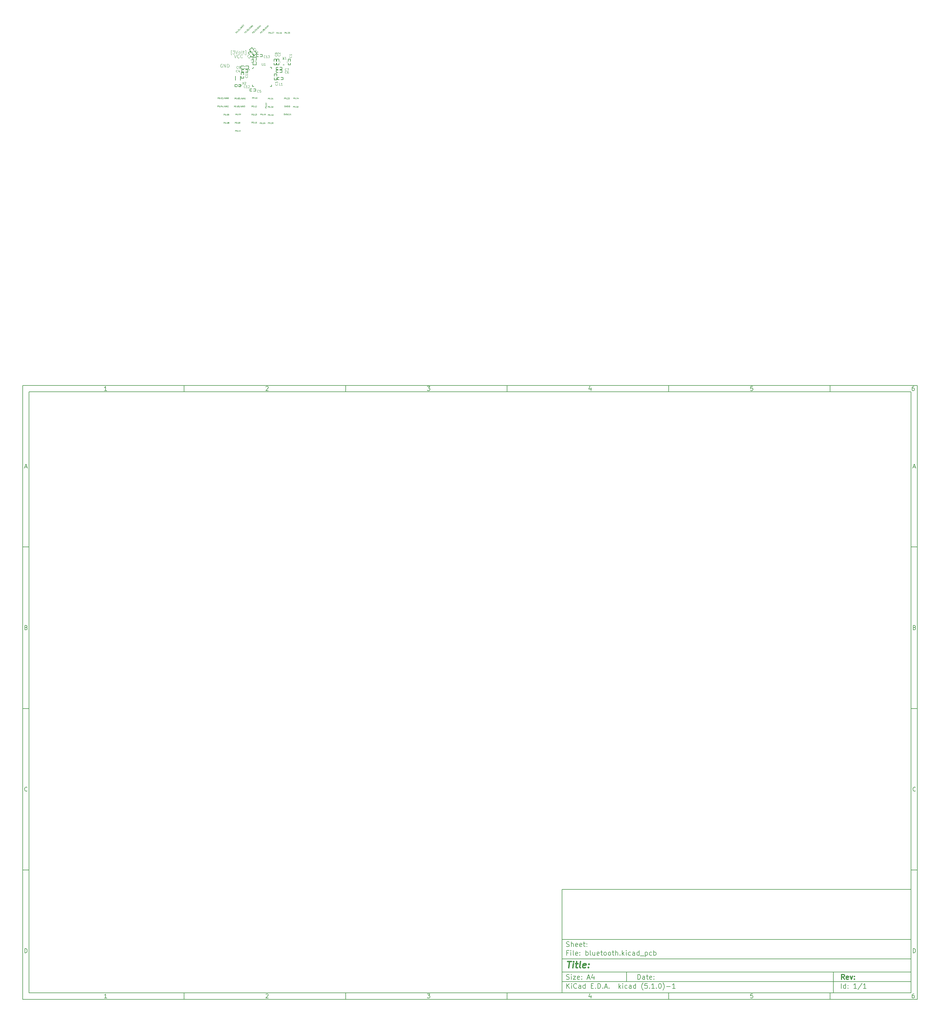
<source format=gbr>
G04 #@! TF.GenerationSoftware,KiCad,Pcbnew,(5.1.0)-1*
G04 #@! TF.CreationDate,2019-07-07T14:12:54+03:00*
G04 #@! TF.ProjectId,bluetooth,626c7565-746f-46f7-9468-2e6b69636164,rev?*
G04 #@! TF.SameCoordinates,Original*
G04 #@! TF.FileFunction,Legend,Top*
G04 #@! TF.FilePolarity,Positive*
%FSLAX46Y46*%
G04 Gerber Fmt 4.6, Leading zero omitted, Abs format (unit mm)*
G04 Created by KiCad (PCBNEW (5.1.0)-1) date 2019-07-07 14:12:54*
%MOMM*%
%LPD*%
G04 APERTURE LIST*
%ADD10C,0.100000*%
%ADD11C,0.150000*%
%ADD12C,0.300000*%
%ADD13C,0.400000*%
%ADD14C,0.062500*%
%ADD15C,0.152400*%
%ADD16C,0.200000*%
G04 APERTURE END LIST*
D10*
D11*
X177002200Y-166007200D02*
X177002200Y-198007200D01*
X285002200Y-198007200D01*
X285002200Y-166007200D01*
X177002200Y-166007200D01*
D10*
D11*
X10000000Y-10000000D02*
X10000000Y-200007200D01*
X287002200Y-200007200D01*
X287002200Y-10000000D01*
X10000000Y-10000000D01*
D10*
D11*
X12000000Y-12000000D02*
X12000000Y-198007200D01*
X285002200Y-198007200D01*
X285002200Y-12000000D01*
X12000000Y-12000000D01*
D10*
D11*
X60000000Y-12000000D02*
X60000000Y-10000000D01*
D10*
D11*
X110000000Y-12000000D02*
X110000000Y-10000000D01*
D10*
D11*
X160000000Y-12000000D02*
X160000000Y-10000000D01*
D10*
D11*
X210000000Y-12000000D02*
X210000000Y-10000000D01*
D10*
D11*
X260000000Y-12000000D02*
X260000000Y-10000000D01*
D10*
D11*
X36065476Y-11588095D02*
X35322619Y-11588095D01*
X35694047Y-11588095D02*
X35694047Y-10288095D01*
X35570238Y-10473809D01*
X35446428Y-10597619D01*
X35322619Y-10659523D01*
D10*
D11*
X85322619Y-10411904D02*
X85384523Y-10350000D01*
X85508333Y-10288095D01*
X85817857Y-10288095D01*
X85941666Y-10350000D01*
X86003571Y-10411904D01*
X86065476Y-10535714D01*
X86065476Y-10659523D01*
X86003571Y-10845238D01*
X85260714Y-11588095D01*
X86065476Y-11588095D01*
D10*
D11*
X135260714Y-10288095D02*
X136065476Y-10288095D01*
X135632142Y-10783333D01*
X135817857Y-10783333D01*
X135941666Y-10845238D01*
X136003571Y-10907142D01*
X136065476Y-11030952D01*
X136065476Y-11340476D01*
X136003571Y-11464285D01*
X135941666Y-11526190D01*
X135817857Y-11588095D01*
X135446428Y-11588095D01*
X135322619Y-11526190D01*
X135260714Y-11464285D01*
D10*
D11*
X185941666Y-10721428D02*
X185941666Y-11588095D01*
X185632142Y-10226190D02*
X185322619Y-11154761D01*
X186127380Y-11154761D01*
D10*
D11*
X236003571Y-10288095D02*
X235384523Y-10288095D01*
X235322619Y-10907142D01*
X235384523Y-10845238D01*
X235508333Y-10783333D01*
X235817857Y-10783333D01*
X235941666Y-10845238D01*
X236003571Y-10907142D01*
X236065476Y-11030952D01*
X236065476Y-11340476D01*
X236003571Y-11464285D01*
X235941666Y-11526190D01*
X235817857Y-11588095D01*
X235508333Y-11588095D01*
X235384523Y-11526190D01*
X235322619Y-11464285D01*
D10*
D11*
X285941666Y-10288095D02*
X285694047Y-10288095D01*
X285570238Y-10350000D01*
X285508333Y-10411904D01*
X285384523Y-10597619D01*
X285322619Y-10845238D01*
X285322619Y-11340476D01*
X285384523Y-11464285D01*
X285446428Y-11526190D01*
X285570238Y-11588095D01*
X285817857Y-11588095D01*
X285941666Y-11526190D01*
X286003571Y-11464285D01*
X286065476Y-11340476D01*
X286065476Y-11030952D01*
X286003571Y-10907142D01*
X285941666Y-10845238D01*
X285817857Y-10783333D01*
X285570238Y-10783333D01*
X285446428Y-10845238D01*
X285384523Y-10907142D01*
X285322619Y-11030952D01*
D10*
D11*
X60000000Y-198007200D02*
X60000000Y-200007200D01*
D10*
D11*
X110000000Y-198007200D02*
X110000000Y-200007200D01*
D10*
D11*
X160000000Y-198007200D02*
X160000000Y-200007200D01*
D10*
D11*
X210000000Y-198007200D02*
X210000000Y-200007200D01*
D10*
D11*
X260000000Y-198007200D02*
X260000000Y-200007200D01*
D10*
D11*
X36065476Y-199595295D02*
X35322619Y-199595295D01*
X35694047Y-199595295D02*
X35694047Y-198295295D01*
X35570238Y-198481009D01*
X35446428Y-198604819D01*
X35322619Y-198666723D01*
D10*
D11*
X85322619Y-198419104D02*
X85384523Y-198357200D01*
X85508333Y-198295295D01*
X85817857Y-198295295D01*
X85941666Y-198357200D01*
X86003571Y-198419104D01*
X86065476Y-198542914D01*
X86065476Y-198666723D01*
X86003571Y-198852438D01*
X85260714Y-199595295D01*
X86065476Y-199595295D01*
D10*
D11*
X135260714Y-198295295D02*
X136065476Y-198295295D01*
X135632142Y-198790533D01*
X135817857Y-198790533D01*
X135941666Y-198852438D01*
X136003571Y-198914342D01*
X136065476Y-199038152D01*
X136065476Y-199347676D01*
X136003571Y-199471485D01*
X135941666Y-199533390D01*
X135817857Y-199595295D01*
X135446428Y-199595295D01*
X135322619Y-199533390D01*
X135260714Y-199471485D01*
D10*
D11*
X185941666Y-198728628D02*
X185941666Y-199595295D01*
X185632142Y-198233390D02*
X185322619Y-199161961D01*
X186127380Y-199161961D01*
D10*
D11*
X236003571Y-198295295D02*
X235384523Y-198295295D01*
X235322619Y-198914342D01*
X235384523Y-198852438D01*
X235508333Y-198790533D01*
X235817857Y-198790533D01*
X235941666Y-198852438D01*
X236003571Y-198914342D01*
X236065476Y-199038152D01*
X236065476Y-199347676D01*
X236003571Y-199471485D01*
X235941666Y-199533390D01*
X235817857Y-199595295D01*
X235508333Y-199595295D01*
X235384523Y-199533390D01*
X235322619Y-199471485D01*
D10*
D11*
X285941666Y-198295295D02*
X285694047Y-198295295D01*
X285570238Y-198357200D01*
X285508333Y-198419104D01*
X285384523Y-198604819D01*
X285322619Y-198852438D01*
X285322619Y-199347676D01*
X285384523Y-199471485D01*
X285446428Y-199533390D01*
X285570238Y-199595295D01*
X285817857Y-199595295D01*
X285941666Y-199533390D01*
X286003571Y-199471485D01*
X286065476Y-199347676D01*
X286065476Y-199038152D01*
X286003571Y-198914342D01*
X285941666Y-198852438D01*
X285817857Y-198790533D01*
X285570238Y-198790533D01*
X285446428Y-198852438D01*
X285384523Y-198914342D01*
X285322619Y-199038152D01*
D10*
D11*
X10000000Y-60000000D02*
X12000000Y-60000000D01*
D10*
D11*
X10000000Y-110000000D02*
X12000000Y-110000000D01*
D10*
D11*
X10000000Y-160000000D02*
X12000000Y-160000000D01*
D10*
D11*
X10690476Y-35216666D02*
X11309523Y-35216666D01*
X10566666Y-35588095D02*
X11000000Y-34288095D01*
X11433333Y-35588095D01*
D10*
D11*
X11092857Y-84907142D02*
X11278571Y-84969047D01*
X11340476Y-85030952D01*
X11402380Y-85154761D01*
X11402380Y-85340476D01*
X11340476Y-85464285D01*
X11278571Y-85526190D01*
X11154761Y-85588095D01*
X10659523Y-85588095D01*
X10659523Y-84288095D01*
X11092857Y-84288095D01*
X11216666Y-84350000D01*
X11278571Y-84411904D01*
X11340476Y-84535714D01*
X11340476Y-84659523D01*
X11278571Y-84783333D01*
X11216666Y-84845238D01*
X11092857Y-84907142D01*
X10659523Y-84907142D01*
D10*
D11*
X11402380Y-135464285D02*
X11340476Y-135526190D01*
X11154761Y-135588095D01*
X11030952Y-135588095D01*
X10845238Y-135526190D01*
X10721428Y-135402380D01*
X10659523Y-135278571D01*
X10597619Y-135030952D01*
X10597619Y-134845238D01*
X10659523Y-134597619D01*
X10721428Y-134473809D01*
X10845238Y-134350000D01*
X11030952Y-134288095D01*
X11154761Y-134288095D01*
X11340476Y-134350000D01*
X11402380Y-134411904D01*
D10*
D11*
X10659523Y-185588095D02*
X10659523Y-184288095D01*
X10969047Y-184288095D01*
X11154761Y-184350000D01*
X11278571Y-184473809D01*
X11340476Y-184597619D01*
X11402380Y-184845238D01*
X11402380Y-185030952D01*
X11340476Y-185278571D01*
X11278571Y-185402380D01*
X11154761Y-185526190D01*
X10969047Y-185588095D01*
X10659523Y-185588095D01*
D10*
D11*
X287002200Y-60000000D02*
X285002200Y-60000000D01*
D10*
D11*
X287002200Y-110000000D02*
X285002200Y-110000000D01*
D10*
D11*
X287002200Y-160000000D02*
X285002200Y-160000000D01*
D10*
D11*
X285692676Y-35216666D02*
X286311723Y-35216666D01*
X285568866Y-35588095D02*
X286002200Y-34288095D01*
X286435533Y-35588095D01*
D10*
D11*
X286095057Y-84907142D02*
X286280771Y-84969047D01*
X286342676Y-85030952D01*
X286404580Y-85154761D01*
X286404580Y-85340476D01*
X286342676Y-85464285D01*
X286280771Y-85526190D01*
X286156961Y-85588095D01*
X285661723Y-85588095D01*
X285661723Y-84288095D01*
X286095057Y-84288095D01*
X286218866Y-84350000D01*
X286280771Y-84411904D01*
X286342676Y-84535714D01*
X286342676Y-84659523D01*
X286280771Y-84783333D01*
X286218866Y-84845238D01*
X286095057Y-84907142D01*
X285661723Y-84907142D01*
D10*
D11*
X286404580Y-135464285D02*
X286342676Y-135526190D01*
X286156961Y-135588095D01*
X286033152Y-135588095D01*
X285847438Y-135526190D01*
X285723628Y-135402380D01*
X285661723Y-135278571D01*
X285599819Y-135030952D01*
X285599819Y-134845238D01*
X285661723Y-134597619D01*
X285723628Y-134473809D01*
X285847438Y-134350000D01*
X286033152Y-134288095D01*
X286156961Y-134288095D01*
X286342676Y-134350000D01*
X286404580Y-134411904D01*
D10*
D11*
X285661723Y-185588095D02*
X285661723Y-184288095D01*
X285971247Y-184288095D01*
X286156961Y-184350000D01*
X286280771Y-184473809D01*
X286342676Y-184597619D01*
X286404580Y-184845238D01*
X286404580Y-185030952D01*
X286342676Y-185278571D01*
X286280771Y-185402380D01*
X286156961Y-185526190D01*
X285971247Y-185588095D01*
X285661723Y-185588095D01*
D10*
D11*
X200434342Y-193785771D02*
X200434342Y-192285771D01*
X200791485Y-192285771D01*
X201005771Y-192357200D01*
X201148628Y-192500057D01*
X201220057Y-192642914D01*
X201291485Y-192928628D01*
X201291485Y-193142914D01*
X201220057Y-193428628D01*
X201148628Y-193571485D01*
X201005771Y-193714342D01*
X200791485Y-193785771D01*
X200434342Y-193785771D01*
X202577200Y-193785771D02*
X202577200Y-193000057D01*
X202505771Y-192857200D01*
X202362914Y-192785771D01*
X202077200Y-192785771D01*
X201934342Y-192857200D01*
X202577200Y-193714342D02*
X202434342Y-193785771D01*
X202077200Y-193785771D01*
X201934342Y-193714342D01*
X201862914Y-193571485D01*
X201862914Y-193428628D01*
X201934342Y-193285771D01*
X202077200Y-193214342D01*
X202434342Y-193214342D01*
X202577200Y-193142914D01*
X203077200Y-192785771D02*
X203648628Y-192785771D01*
X203291485Y-192285771D02*
X203291485Y-193571485D01*
X203362914Y-193714342D01*
X203505771Y-193785771D01*
X203648628Y-193785771D01*
X204720057Y-193714342D02*
X204577200Y-193785771D01*
X204291485Y-193785771D01*
X204148628Y-193714342D01*
X204077200Y-193571485D01*
X204077200Y-193000057D01*
X204148628Y-192857200D01*
X204291485Y-192785771D01*
X204577200Y-192785771D01*
X204720057Y-192857200D01*
X204791485Y-193000057D01*
X204791485Y-193142914D01*
X204077200Y-193285771D01*
X205434342Y-193642914D02*
X205505771Y-193714342D01*
X205434342Y-193785771D01*
X205362914Y-193714342D01*
X205434342Y-193642914D01*
X205434342Y-193785771D01*
X205434342Y-192857200D02*
X205505771Y-192928628D01*
X205434342Y-193000057D01*
X205362914Y-192928628D01*
X205434342Y-192857200D01*
X205434342Y-193000057D01*
D10*
D11*
X177002200Y-194507200D02*
X285002200Y-194507200D01*
D10*
D11*
X178434342Y-196585771D02*
X178434342Y-195085771D01*
X179291485Y-196585771D02*
X178648628Y-195728628D01*
X179291485Y-195085771D02*
X178434342Y-195942914D01*
X179934342Y-196585771D02*
X179934342Y-195585771D01*
X179934342Y-195085771D02*
X179862914Y-195157200D01*
X179934342Y-195228628D01*
X180005771Y-195157200D01*
X179934342Y-195085771D01*
X179934342Y-195228628D01*
X181505771Y-196442914D02*
X181434342Y-196514342D01*
X181220057Y-196585771D01*
X181077200Y-196585771D01*
X180862914Y-196514342D01*
X180720057Y-196371485D01*
X180648628Y-196228628D01*
X180577200Y-195942914D01*
X180577200Y-195728628D01*
X180648628Y-195442914D01*
X180720057Y-195300057D01*
X180862914Y-195157200D01*
X181077200Y-195085771D01*
X181220057Y-195085771D01*
X181434342Y-195157200D01*
X181505771Y-195228628D01*
X182791485Y-196585771D02*
X182791485Y-195800057D01*
X182720057Y-195657200D01*
X182577200Y-195585771D01*
X182291485Y-195585771D01*
X182148628Y-195657200D01*
X182791485Y-196514342D02*
X182648628Y-196585771D01*
X182291485Y-196585771D01*
X182148628Y-196514342D01*
X182077200Y-196371485D01*
X182077200Y-196228628D01*
X182148628Y-196085771D01*
X182291485Y-196014342D01*
X182648628Y-196014342D01*
X182791485Y-195942914D01*
X184148628Y-196585771D02*
X184148628Y-195085771D01*
X184148628Y-196514342D02*
X184005771Y-196585771D01*
X183720057Y-196585771D01*
X183577200Y-196514342D01*
X183505771Y-196442914D01*
X183434342Y-196300057D01*
X183434342Y-195871485D01*
X183505771Y-195728628D01*
X183577200Y-195657200D01*
X183720057Y-195585771D01*
X184005771Y-195585771D01*
X184148628Y-195657200D01*
X186005771Y-195800057D02*
X186505771Y-195800057D01*
X186720057Y-196585771D02*
X186005771Y-196585771D01*
X186005771Y-195085771D01*
X186720057Y-195085771D01*
X187362914Y-196442914D02*
X187434342Y-196514342D01*
X187362914Y-196585771D01*
X187291485Y-196514342D01*
X187362914Y-196442914D01*
X187362914Y-196585771D01*
X188077200Y-196585771D02*
X188077200Y-195085771D01*
X188434342Y-195085771D01*
X188648628Y-195157200D01*
X188791485Y-195300057D01*
X188862914Y-195442914D01*
X188934342Y-195728628D01*
X188934342Y-195942914D01*
X188862914Y-196228628D01*
X188791485Y-196371485D01*
X188648628Y-196514342D01*
X188434342Y-196585771D01*
X188077200Y-196585771D01*
X189577200Y-196442914D02*
X189648628Y-196514342D01*
X189577200Y-196585771D01*
X189505771Y-196514342D01*
X189577200Y-196442914D01*
X189577200Y-196585771D01*
X190220057Y-196157200D02*
X190934342Y-196157200D01*
X190077200Y-196585771D02*
X190577200Y-195085771D01*
X191077200Y-196585771D01*
X191577200Y-196442914D02*
X191648628Y-196514342D01*
X191577200Y-196585771D01*
X191505771Y-196514342D01*
X191577200Y-196442914D01*
X191577200Y-196585771D01*
X194577200Y-196585771D02*
X194577200Y-195085771D01*
X194720057Y-196014342D02*
X195148628Y-196585771D01*
X195148628Y-195585771D02*
X194577200Y-196157200D01*
X195791485Y-196585771D02*
X195791485Y-195585771D01*
X195791485Y-195085771D02*
X195720057Y-195157200D01*
X195791485Y-195228628D01*
X195862914Y-195157200D01*
X195791485Y-195085771D01*
X195791485Y-195228628D01*
X197148628Y-196514342D02*
X197005771Y-196585771D01*
X196720057Y-196585771D01*
X196577200Y-196514342D01*
X196505771Y-196442914D01*
X196434342Y-196300057D01*
X196434342Y-195871485D01*
X196505771Y-195728628D01*
X196577200Y-195657200D01*
X196720057Y-195585771D01*
X197005771Y-195585771D01*
X197148628Y-195657200D01*
X198434342Y-196585771D02*
X198434342Y-195800057D01*
X198362914Y-195657200D01*
X198220057Y-195585771D01*
X197934342Y-195585771D01*
X197791485Y-195657200D01*
X198434342Y-196514342D02*
X198291485Y-196585771D01*
X197934342Y-196585771D01*
X197791485Y-196514342D01*
X197720057Y-196371485D01*
X197720057Y-196228628D01*
X197791485Y-196085771D01*
X197934342Y-196014342D01*
X198291485Y-196014342D01*
X198434342Y-195942914D01*
X199791485Y-196585771D02*
X199791485Y-195085771D01*
X199791485Y-196514342D02*
X199648628Y-196585771D01*
X199362914Y-196585771D01*
X199220057Y-196514342D01*
X199148628Y-196442914D01*
X199077200Y-196300057D01*
X199077200Y-195871485D01*
X199148628Y-195728628D01*
X199220057Y-195657200D01*
X199362914Y-195585771D01*
X199648628Y-195585771D01*
X199791485Y-195657200D01*
X202077200Y-197157200D02*
X202005771Y-197085771D01*
X201862914Y-196871485D01*
X201791485Y-196728628D01*
X201720057Y-196514342D01*
X201648628Y-196157200D01*
X201648628Y-195871485D01*
X201720057Y-195514342D01*
X201791485Y-195300057D01*
X201862914Y-195157200D01*
X202005771Y-194942914D01*
X202077200Y-194871485D01*
X203362914Y-195085771D02*
X202648628Y-195085771D01*
X202577200Y-195800057D01*
X202648628Y-195728628D01*
X202791485Y-195657200D01*
X203148628Y-195657200D01*
X203291485Y-195728628D01*
X203362914Y-195800057D01*
X203434342Y-195942914D01*
X203434342Y-196300057D01*
X203362914Y-196442914D01*
X203291485Y-196514342D01*
X203148628Y-196585771D01*
X202791485Y-196585771D01*
X202648628Y-196514342D01*
X202577200Y-196442914D01*
X204077200Y-196442914D02*
X204148628Y-196514342D01*
X204077200Y-196585771D01*
X204005771Y-196514342D01*
X204077200Y-196442914D01*
X204077200Y-196585771D01*
X205577200Y-196585771D02*
X204720057Y-196585771D01*
X205148628Y-196585771D02*
X205148628Y-195085771D01*
X205005771Y-195300057D01*
X204862914Y-195442914D01*
X204720057Y-195514342D01*
X206220057Y-196442914D02*
X206291485Y-196514342D01*
X206220057Y-196585771D01*
X206148628Y-196514342D01*
X206220057Y-196442914D01*
X206220057Y-196585771D01*
X207220057Y-195085771D02*
X207362914Y-195085771D01*
X207505771Y-195157200D01*
X207577200Y-195228628D01*
X207648628Y-195371485D01*
X207720057Y-195657200D01*
X207720057Y-196014342D01*
X207648628Y-196300057D01*
X207577200Y-196442914D01*
X207505771Y-196514342D01*
X207362914Y-196585771D01*
X207220057Y-196585771D01*
X207077200Y-196514342D01*
X207005771Y-196442914D01*
X206934342Y-196300057D01*
X206862914Y-196014342D01*
X206862914Y-195657200D01*
X206934342Y-195371485D01*
X207005771Y-195228628D01*
X207077200Y-195157200D01*
X207220057Y-195085771D01*
X208220057Y-197157200D02*
X208291485Y-197085771D01*
X208434342Y-196871485D01*
X208505771Y-196728628D01*
X208577200Y-196514342D01*
X208648628Y-196157200D01*
X208648628Y-195871485D01*
X208577200Y-195514342D01*
X208505771Y-195300057D01*
X208434342Y-195157200D01*
X208291485Y-194942914D01*
X208220057Y-194871485D01*
X209362914Y-196014342D02*
X210505771Y-196014342D01*
X212005771Y-196585771D02*
X211148628Y-196585771D01*
X211577200Y-196585771D02*
X211577200Y-195085771D01*
X211434342Y-195300057D01*
X211291485Y-195442914D01*
X211148628Y-195514342D01*
D10*
D11*
X177002200Y-191507200D02*
X285002200Y-191507200D01*
D10*
D12*
X264411485Y-193785771D02*
X263911485Y-193071485D01*
X263554342Y-193785771D02*
X263554342Y-192285771D01*
X264125771Y-192285771D01*
X264268628Y-192357200D01*
X264340057Y-192428628D01*
X264411485Y-192571485D01*
X264411485Y-192785771D01*
X264340057Y-192928628D01*
X264268628Y-193000057D01*
X264125771Y-193071485D01*
X263554342Y-193071485D01*
X265625771Y-193714342D02*
X265482914Y-193785771D01*
X265197200Y-193785771D01*
X265054342Y-193714342D01*
X264982914Y-193571485D01*
X264982914Y-193000057D01*
X265054342Y-192857200D01*
X265197200Y-192785771D01*
X265482914Y-192785771D01*
X265625771Y-192857200D01*
X265697200Y-193000057D01*
X265697200Y-193142914D01*
X264982914Y-193285771D01*
X266197200Y-192785771D02*
X266554342Y-193785771D01*
X266911485Y-192785771D01*
X267482914Y-193642914D02*
X267554342Y-193714342D01*
X267482914Y-193785771D01*
X267411485Y-193714342D01*
X267482914Y-193642914D01*
X267482914Y-193785771D01*
X267482914Y-192857200D02*
X267554342Y-192928628D01*
X267482914Y-193000057D01*
X267411485Y-192928628D01*
X267482914Y-192857200D01*
X267482914Y-193000057D01*
D10*
D11*
X178362914Y-193714342D02*
X178577200Y-193785771D01*
X178934342Y-193785771D01*
X179077200Y-193714342D01*
X179148628Y-193642914D01*
X179220057Y-193500057D01*
X179220057Y-193357200D01*
X179148628Y-193214342D01*
X179077200Y-193142914D01*
X178934342Y-193071485D01*
X178648628Y-193000057D01*
X178505771Y-192928628D01*
X178434342Y-192857200D01*
X178362914Y-192714342D01*
X178362914Y-192571485D01*
X178434342Y-192428628D01*
X178505771Y-192357200D01*
X178648628Y-192285771D01*
X179005771Y-192285771D01*
X179220057Y-192357200D01*
X179862914Y-193785771D02*
X179862914Y-192785771D01*
X179862914Y-192285771D02*
X179791485Y-192357200D01*
X179862914Y-192428628D01*
X179934342Y-192357200D01*
X179862914Y-192285771D01*
X179862914Y-192428628D01*
X180434342Y-192785771D02*
X181220057Y-192785771D01*
X180434342Y-193785771D01*
X181220057Y-193785771D01*
X182362914Y-193714342D02*
X182220057Y-193785771D01*
X181934342Y-193785771D01*
X181791485Y-193714342D01*
X181720057Y-193571485D01*
X181720057Y-193000057D01*
X181791485Y-192857200D01*
X181934342Y-192785771D01*
X182220057Y-192785771D01*
X182362914Y-192857200D01*
X182434342Y-193000057D01*
X182434342Y-193142914D01*
X181720057Y-193285771D01*
X183077200Y-193642914D02*
X183148628Y-193714342D01*
X183077200Y-193785771D01*
X183005771Y-193714342D01*
X183077200Y-193642914D01*
X183077200Y-193785771D01*
X183077200Y-192857200D02*
X183148628Y-192928628D01*
X183077200Y-193000057D01*
X183005771Y-192928628D01*
X183077200Y-192857200D01*
X183077200Y-193000057D01*
X184862914Y-193357200D02*
X185577200Y-193357200D01*
X184720057Y-193785771D02*
X185220057Y-192285771D01*
X185720057Y-193785771D01*
X186862914Y-192785771D02*
X186862914Y-193785771D01*
X186505771Y-192214342D02*
X186148628Y-193285771D01*
X187077200Y-193285771D01*
D10*
D11*
X263434342Y-196585771D02*
X263434342Y-195085771D01*
X264791485Y-196585771D02*
X264791485Y-195085771D01*
X264791485Y-196514342D02*
X264648628Y-196585771D01*
X264362914Y-196585771D01*
X264220057Y-196514342D01*
X264148628Y-196442914D01*
X264077200Y-196300057D01*
X264077200Y-195871485D01*
X264148628Y-195728628D01*
X264220057Y-195657200D01*
X264362914Y-195585771D01*
X264648628Y-195585771D01*
X264791485Y-195657200D01*
X265505771Y-196442914D02*
X265577200Y-196514342D01*
X265505771Y-196585771D01*
X265434342Y-196514342D01*
X265505771Y-196442914D01*
X265505771Y-196585771D01*
X265505771Y-195657200D02*
X265577200Y-195728628D01*
X265505771Y-195800057D01*
X265434342Y-195728628D01*
X265505771Y-195657200D01*
X265505771Y-195800057D01*
X268148628Y-196585771D02*
X267291485Y-196585771D01*
X267720057Y-196585771D02*
X267720057Y-195085771D01*
X267577200Y-195300057D01*
X267434342Y-195442914D01*
X267291485Y-195514342D01*
X269862914Y-195014342D02*
X268577200Y-196942914D01*
X271148628Y-196585771D02*
X270291485Y-196585771D01*
X270720057Y-196585771D02*
X270720057Y-195085771D01*
X270577200Y-195300057D01*
X270434342Y-195442914D01*
X270291485Y-195514342D01*
D10*
D11*
X177002200Y-187507200D02*
X285002200Y-187507200D01*
D10*
D13*
X178714580Y-188211961D02*
X179857438Y-188211961D01*
X179036009Y-190211961D02*
X179286009Y-188211961D01*
X180274104Y-190211961D02*
X180440771Y-188878628D01*
X180524104Y-188211961D02*
X180416961Y-188307200D01*
X180500295Y-188402438D01*
X180607438Y-188307200D01*
X180524104Y-188211961D01*
X180500295Y-188402438D01*
X181107438Y-188878628D02*
X181869342Y-188878628D01*
X181476485Y-188211961D02*
X181262200Y-189926247D01*
X181333628Y-190116723D01*
X181512200Y-190211961D01*
X181702676Y-190211961D01*
X182655057Y-190211961D02*
X182476485Y-190116723D01*
X182405057Y-189926247D01*
X182619342Y-188211961D01*
X184190771Y-190116723D02*
X183988390Y-190211961D01*
X183607438Y-190211961D01*
X183428866Y-190116723D01*
X183357438Y-189926247D01*
X183452676Y-189164342D01*
X183571723Y-188973866D01*
X183774104Y-188878628D01*
X184155057Y-188878628D01*
X184333628Y-188973866D01*
X184405057Y-189164342D01*
X184381247Y-189354819D01*
X183405057Y-189545295D01*
X185155057Y-190021485D02*
X185238390Y-190116723D01*
X185131247Y-190211961D01*
X185047914Y-190116723D01*
X185155057Y-190021485D01*
X185131247Y-190211961D01*
X185286009Y-188973866D02*
X185369342Y-189069104D01*
X185262200Y-189164342D01*
X185178866Y-189069104D01*
X185286009Y-188973866D01*
X185262200Y-189164342D01*
D10*
D11*
X178934342Y-185600057D02*
X178434342Y-185600057D01*
X178434342Y-186385771D02*
X178434342Y-184885771D01*
X179148628Y-184885771D01*
X179720057Y-186385771D02*
X179720057Y-185385771D01*
X179720057Y-184885771D02*
X179648628Y-184957200D01*
X179720057Y-185028628D01*
X179791485Y-184957200D01*
X179720057Y-184885771D01*
X179720057Y-185028628D01*
X180648628Y-186385771D02*
X180505771Y-186314342D01*
X180434342Y-186171485D01*
X180434342Y-184885771D01*
X181791485Y-186314342D02*
X181648628Y-186385771D01*
X181362914Y-186385771D01*
X181220057Y-186314342D01*
X181148628Y-186171485D01*
X181148628Y-185600057D01*
X181220057Y-185457200D01*
X181362914Y-185385771D01*
X181648628Y-185385771D01*
X181791485Y-185457200D01*
X181862914Y-185600057D01*
X181862914Y-185742914D01*
X181148628Y-185885771D01*
X182505771Y-186242914D02*
X182577200Y-186314342D01*
X182505771Y-186385771D01*
X182434342Y-186314342D01*
X182505771Y-186242914D01*
X182505771Y-186385771D01*
X182505771Y-185457200D02*
X182577200Y-185528628D01*
X182505771Y-185600057D01*
X182434342Y-185528628D01*
X182505771Y-185457200D01*
X182505771Y-185600057D01*
X184362914Y-186385771D02*
X184362914Y-184885771D01*
X184362914Y-185457200D02*
X184505771Y-185385771D01*
X184791485Y-185385771D01*
X184934342Y-185457200D01*
X185005771Y-185528628D01*
X185077200Y-185671485D01*
X185077200Y-186100057D01*
X185005771Y-186242914D01*
X184934342Y-186314342D01*
X184791485Y-186385771D01*
X184505771Y-186385771D01*
X184362914Y-186314342D01*
X185934342Y-186385771D02*
X185791485Y-186314342D01*
X185720057Y-186171485D01*
X185720057Y-184885771D01*
X187148628Y-185385771D02*
X187148628Y-186385771D01*
X186505771Y-185385771D02*
X186505771Y-186171485D01*
X186577200Y-186314342D01*
X186720057Y-186385771D01*
X186934342Y-186385771D01*
X187077200Y-186314342D01*
X187148628Y-186242914D01*
X188434342Y-186314342D02*
X188291485Y-186385771D01*
X188005771Y-186385771D01*
X187862914Y-186314342D01*
X187791485Y-186171485D01*
X187791485Y-185600057D01*
X187862914Y-185457200D01*
X188005771Y-185385771D01*
X188291485Y-185385771D01*
X188434342Y-185457200D01*
X188505771Y-185600057D01*
X188505771Y-185742914D01*
X187791485Y-185885771D01*
X188934342Y-185385771D02*
X189505771Y-185385771D01*
X189148628Y-184885771D02*
X189148628Y-186171485D01*
X189220057Y-186314342D01*
X189362914Y-186385771D01*
X189505771Y-186385771D01*
X190220057Y-186385771D02*
X190077200Y-186314342D01*
X190005771Y-186242914D01*
X189934342Y-186100057D01*
X189934342Y-185671485D01*
X190005771Y-185528628D01*
X190077200Y-185457200D01*
X190220057Y-185385771D01*
X190434342Y-185385771D01*
X190577200Y-185457200D01*
X190648628Y-185528628D01*
X190720057Y-185671485D01*
X190720057Y-186100057D01*
X190648628Y-186242914D01*
X190577200Y-186314342D01*
X190434342Y-186385771D01*
X190220057Y-186385771D01*
X191577200Y-186385771D02*
X191434342Y-186314342D01*
X191362914Y-186242914D01*
X191291485Y-186100057D01*
X191291485Y-185671485D01*
X191362914Y-185528628D01*
X191434342Y-185457200D01*
X191577200Y-185385771D01*
X191791485Y-185385771D01*
X191934342Y-185457200D01*
X192005771Y-185528628D01*
X192077200Y-185671485D01*
X192077200Y-186100057D01*
X192005771Y-186242914D01*
X191934342Y-186314342D01*
X191791485Y-186385771D01*
X191577200Y-186385771D01*
X192505771Y-185385771D02*
X193077200Y-185385771D01*
X192720057Y-184885771D02*
X192720057Y-186171485D01*
X192791485Y-186314342D01*
X192934342Y-186385771D01*
X193077200Y-186385771D01*
X193577200Y-186385771D02*
X193577200Y-184885771D01*
X194220057Y-186385771D02*
X194220057Y-185600057D01*
X194148628Y-185457200D01*
X194005771Y-185385771D01*
X193791485Y-185385771D01*
X193648628Y-185457200D01*
X193577200Y-185528628D01*
X194934342Y-186242914D02*
X195005771Y-186314342D01*
X194934342Y-186385771D01*
X194862914Y-186314342D01*
X194934342Y-186242914D01*
X194934342Y-186385771D01*
X195648628Y-186385771D02*
X195648628Y-184885771D01*
X195791485Y-185814342D02*
X196220057Y-186385771D01*
X196220057Y-185385771D02*
X195648628Y-185957200D01*
X196862914Y-186385771D02*
X196862914Y-185385771D01*
X196862914Y-184885771D02*
X196791485Y-184957200D01*
X196862914Y-185028628D01*
X196934342Y-184957200D01*
X196862914Y-184885771D01*
X196862914Y-185028628D01*
X198220057Y-186314342D02*
X198077200Y-186385771D01*
X197791485Y-186385771D01*
X197648628Y-186314342D01*
X197577200Y-186242914D01*
X197505771Y-186100057D01*
X197505771Y-185671485D01*
X197577200Y-185528628D01*
X197648628Y-185457200D01*
X197791485Y-185385771D01*
X198077200Y-185385771D01*
X198220057Y-185457200D01*
X199505771Y-186385771D02*
X199505771Y-185600057D01*
X199434342Y-185457200D01*
X199291485Y-185385771D01*
X199005771Y-185385771D01*
X198862914Y-185457200D01*
X199505771Y-186314342D02*
X199362914Y-186385771D01*
X199005771Y-186385771D01*
X198862914Y-186314342D01*
X198791485Y-186171485D01*
X198791485Y-186028628D01*
X198862914Y-185885771D01*
X199005771Y-185814342D01*
X199362914Y-185814342D01*
X199505771Y-185742914D01*
X200862914Y-186385771D02*
X200862914Y-184885771D01*
X200862914Y-186314342D02*
X200720057Y-186385771D01*
X200434342Y-186385771D01*
X200291485Y-186314342D01*
X200220057Y-186242914D01*
X200148628Y-186100057D01*
X200148628Y-185671485D01*
X200220057Y-185528628D01*
X200291485Y-185457200D01*
X200434342Y-185385771D01*
X200720057Y-185385771D01*
X200862914Y-185457200D01*
X201220057Y-186528628D02*
X202362914Y-186528628D01*
X202720057Y-185385771D02*
X202720057Y-186885771D01*
X202720057Y-185457200D02*
X202862914Y-185385771D01*
X203148628Y-185385771D01*
X203291485Y-185457200D01*
X203362914Y-185528628D01*
X203434342Y-185671485D01*
X203434342Y-186100057D01*
X203362914Y-186242914D01*
X203291485Y-186314342D01*
X203148628Y-186385771D01*
X202862914Y-186385771D01*
X202720057Y-186314342D01*
X204720057Y-186314342D02*
X204577200Y-186385771D01*
X204291485Y-186385771D01*
X204148628Y-186314342D01*
X204077200Y-186242914D01*
X204005771Y-186100057D01*
X204005771Y-185671485D01*
X204077200Y-185528628D01*
X204148628Y-185457200D01*
X204291485Y-185385771D01*
X204577200Y-185385771D01*
X204720057Y-185457200D01*
X205362914Y-186385771D02*
X205362914Y-184885771D01*
X205362914Y-185457200D02*
X205505771Y-185385771D01*
X205791485Y-185385771D01*
X205934342Y-185457200D01*
X206005771Y-185528628D01*
X206077200Y-185671485D01*
X206077200Y-186100057D01*
X206005771Y-186242914D01*
X205934342Y-186314342D01*
X205791485Y-186385771D01*
X205505771Y-186385771D01*
X205362914Y-186314342D01*
D10*
D11*
X177002200Y-181507200D02*
X285002200Y-181507200D01*
D10*
D11*
X178362914Y-183614342D02*
X178577200Y-183685771D01*
X178934342Y-183685771D01*
X179077200Y-183614342D01*
X179148628Y-183542914D01*
X179220057Y-183400057D01*
X179220057Y-183257200D01*
X179148628Y-183114342D01*
X179077200Y-183042914D01*
X178934342Y-182971485D01*
X178648628Y-182900057D01*
X178505771Y-182828628D01*
X178434342Y-182757200D01*
X178362914Y-182614342D01*
X178362914Y-182471485D01*
X178434342Y-182328628D01*
X178505771Y-182257200D01*
X178648628Y-182185771D01*
X179005771Y-182185771D01*
X179220057Y-182257200D01*
X179862914Y-183685771D02*
X179862914Y-182185771D01*
X180505771Y-183685771D02*
X180505771Y-182900057D01*
X180434342Y-182757200D01*
X180291485Y-182685771D01*
X180077200Y-182685771D01*
X179934342Y-182757200D01*
X179862914Y-182828628D01*
X181791485Y-183614342D02*
X181648628Y-183685771D01*
X181362914Y-183685771D01*
X181220057Y-183614342D01*
X181148628Y-183471485D01*
X181148628Y-182900057D01*
X181220057Y-182757200D01*
X181362914Y-182685771D01*
X181648628Y-182685771D01*
X181791485Y-182757200D01*
X181862914Y-182900057D01*
X181862914Y-183042914D01*
X181148628Y-183185771D01*
X183077200Y-183614342D02*
X182934342Y-183685771D01*
X182648628Y-183685771D01*
X182505771Y-183614342D01*
X182434342Y-183471485D01*
X182434342Y-182900057D01*
X182505771Y-182757200D01*
X182648628Y-182685771D01*
X182934342Y-182685771D01*
X183077200Y-182757200D01*
X183148628Y-182900057D01*
X183148628Y-183042914D01*
X182434342Y-183185771D01*
X183577200Y-182685771D02*
X184148628Y-182685771D01*
X183791485Y-182185771D02*
X183791485Y-183471485D01*
X183862914Y-183614342D01*
X184005771Y-183685771D01*
X184148628Y-183685771D01*
X184648628Y-183542914D02*
X184720057Y-183614342D01*
X184648628Y-183685771D01*
X184577200Y-183614342D01*
X184648628Y-183542914D01*
X184648628Y-183685771D01*
X184648628Y-182757200D02*
X184720057Y-182828628D01*
X184648628Y-182900057D01*
X184577200Y-182828628D01*
X184648628Y-182757200D01*
X184648628Y-182900057D01*
D10*
D11*
X197002200Y-191507200D02*
X197002200Y-194507200D01*
D10*
D11*
X261002200Y-191507200D02*
X261002200Y-198007200D01*
D14*
X80330940Y87691620D02*
G75*
G03X80330940Y87691620I-125000J0D01*
G01*
D15*
X75738420Y82449300D02*
X75738420Y83149300D01*
X77538420Y82449300D02*
X77538420Y83149300D01*
X76888420Y82449300D02*
X77538420Y82449300D01*
X75738420Y82449300D02*
X76388420Y82449300D01*
X76888420Y83149300D02*
X77538420Y83149300D01*
X75738420Y83149300D02*
X76388420Y83149300D01*
X92239290Y89189280D02*
X92939290Y89189280D01*
X92239290Y90989280D02*
X92939290Y90989280D01*
X92939290Y90339280D02*
X92939290Y90989280D01*
X92939290Y89189280D02*
X92939290Y89839280D01*
X92239290Y90339280D02*
X92239290Y90989280D01*
X92239290Y89189280D02*
X92239290Y89839280D01*
X88683450Y90989110D02*
X89383450Y90989110D01*
X88683450Y89189120D02*
X89383450Y89189120D01*
X88683450Y89189120D02*
X88683450Y89839110D01*
X88683450Y90339110D02*
X88683450Y90989110D01*
X89383450Y89189120D02*
X89383450Y89839110D01*
X89383450Y90339110D02*
X89383450Y90989110D01*
X87946850Y84591700D02*
X88646850Y84591700D01*
X87946850Y86391700D02*
X88646850Y86391700D01*
X88646850Y85741700D02*
X88646850Y86391700D01*
X88646850Y84591700D02*
X88646850Y85241700D01*
X87946850Y85741700D02*
X87946850Y86391700D01*
X87946850Y84591700D02*
X87946850Y85241700D01*
X77872020Y87021300D02*
X77872020Y87721300D01*
X79672020Y87021300D02*
X79672020Y87721300D01*
X79022020Y87021300D02*
X79672020Y87021300D01*
X77872020Y87021300D02*
X78522020Y87021300D01*
X79022020Y87721300D02*
X79672020Y87721300D01*
X77872020Y87721300D02*
X78522020Y87721300D01*
X80361220Y81052300D02*
X80361220Y81752300D01*
X82161220Y81052300D02*
X82161220Y81752300D01*
X81511220Y81052300D02*
X82161220Y81052300D01*
X80361220Y81052300D02*
X81011220Y81052300D01*
X81511220Y81752300D02*
X82161220Y81752300D01*
X80361220Y81752300D02*
X81011220Y81752300D01*
X88489220Y86868900D02*
X88489220Y87568900D01*
X90289220Y86868900D02*
X90289220Y87568900D01*
X89639220Y86868900D02*
X90289220Y86868900D01*
X88489220Y86868900D02*
X89139220Y86868900D01*
X89639220Y87568900D02*
X90289220Y87568900D01*
X88489220Y87568900D02*
X89139220Y87568900D01*
X90289050Y87757740D02*
X90289050Y88457740D01*
X88489050Y87757740D02*
X88489050Y88457740D01*
X88489050Y88457740D02*
X89139050Y88457740D01*
X89639050Y88457740D02*
X90289050Y88457740D01*
X88489050Y87757740D02*
X89139050Y87757740D01*
X89639050Y87757740D02*
X90289050Y87757740D01*
X87794450Y90989110D02*
X88494450Y90989110D01*
X87794450Y89189120D02*
X88494450Y89189120D01*
X87794450Y89189120D02*
X87794450Y89839110D01*
X87794450Y90339110D02*
X87794450Y90989110D01*
X88494450Y89189120D02*
X88494450Y89839110D01*
X88494450Y90339110D02*
X88494450Y90989110D01*
X81735710Y92098400D02*
X82501750Y92741190D01*
X80225160Y93898610D02*
X80991200Y94541390D01*
X80991200Y94541390D02*
X81585780Y93832800D01*
X81907170Y93449780D02*
X82501750Y92741190D01*
D16*
X81528990Y93589340D02*
X81657550Y93436130D01*
D15*
X80225160Y93898610D02*
X80819730Y93190020D01*
X81141130Y92806990D02*
X81735710Y92098400D01*
D16*
X81069360Y93203670D02*
X81197920Y93050460D01*
D15*
X77710650Y85048900D02*
X78410650Y85048900D01*
X77710650Y86848900D02*
X78410650Y86848900D01*
X78410650Y86198900D02*
X78410650Y86848900D01*
X78410650Y85048900D02*
X78410650Y85698900D01*
X77710650Y86198900D02*
X77710650Y86848900D01*
X77710650Y85048900D02*
X77710650Y85698900D01*
X89969250Y84633540D02*
X90619250Y84633540D01*
X88819250Y84633540D02*
X89469250Y84633540D01*
X89969250Y85333540D02*
X90619250Y85333540D01*
X88819250Y85333540D02*
X89469250Y85333540D01*
X88819250Y84633540D02*
X88819250Y85333540D01*
X90619250Y84633540D02*
X90619250Y85333540D01*
X81345330Y91548580D02*
X82345330Y91548580D01*
X81345330Y89198580D02*
X82345330Y89198580D01*
X82345330Y90623580D02*
X82345330Y91548580D01*
X82345330Y89198580D02*
X82345330Y90123580D01*
D16*
X82145330Y90273580D02*
X82145330Y90473580D01*
D15*
X81345330Y90623580D02*
X81345330Y91548580D01*
X81345330Y89198580D02*
X81345330Y90123580D01*
D16*
X81545330Y90273580D02*
X81545330Y90473580D01*
D15*
X80570120Y92039820D02*
X80987930Y91541890D01*
X79830920Y92920780D02*
X80248730Y92422850D01*
X81106350Y92489780D02*
X81524160Y91991840D01*
X80367140Y93370730D02*
X80784960Y92872800D01*
X79830920Y92920780D02*
X80367140Y93370730D01*
X80987930Y91541890D02*
X81524160Y91991840D01*
D16*
X81105940Y87991620D02*
X81605940Y88491620D01*
X86605940Y88491620D02*
X87105930Y88491620D01*
X87105930Y87991620D02*
X87105930Y88491620D01*
X87105930Y82491620D02*
X87105930Y82991620D01*
X86605940Y82491620D02*
X87105930Y82491620D01*
X81105940Y82491620D02*
X81605940Y82491620D01*
X81105940Y82491620D02*
X81105940Y82991620D01*
D15*
X90651370Y90969200D02*
X90971370Y90969200D01*
X89731370Y90029200D02*
X89731370Y90149200D01*
X90651370Y89209200D02*
X90971370Y89209200D01*
X91891370Y90029200D02*
X91891370Y90149200D01*
D16*
X75888340Y84510620D02*
X75888340Y85710620D01*
X77388340Y84510620D02*
X77388340Y85710620D01*
D15*
X84193050Y91720140D02*
X84193050Y92420140D01*
X82393050Y91720140D02*
X82393050Y92420140D01*
X82393050Y92420140D02*
X83043050Y92420140D01*
X83543050Y92420140D02*
X84193050Y92420140D01*
X82393050Y91720140D02*
X83043050Y91720140D01*
X83543050Y91720140D02*
X84193050Y91720140D01*
X77596940Y87912620D02*
X77596940Y88912620D01*
X79946930Y87912620D02*
X79946930Y88912620D01*
X79021930Y87912620D02*
X79946930Y87912620D01*
X77596940Y87912620D02*
X78521940Y87912620D01*
D16*
X78671940Y88112620D02*
X78871940Y88112620D01*
D15*
X79021930Y88912620D02*
X79946930Y88912620D01*
X77596940Y88912620D02*
X78521940Y88912620D01*
D16*
X78671940Y88712620D02*
X78871940Y88712620D01*
D10*
X78902971Y82203471D02*
X78870314Y82170814D01*
X78772342Y82138157D01*
X78707028Y82138157D01*
X78609057Y82170814D01*
X78543742Y82236128D01*
X78511085Y82301442D01*
X78478428Y82432071D01*
X78478428Y82530042D01*
X78511085Y82660671D01*
X78543742Y82725985D01*
X78609057Y82791300D01*
X78707028Y82823957D01*
X78772342Y82823957D01*
X78870314Y82791300D01*
X78902971Y82758642D01*
X79556114Y82138157D02*
X79164228Y82138157D01*
X79360171Y82138157D02*
X79360171Y82823957D01*
X79294857Y82725985D01*
X79229542Y82660671D01*
X79164228Y82628014D01*
X79817371Y82758642D02*
X79850028Y82791300D01*
X79915342Y82823957D01*
X80078628Y82823957D01*
X80143942Y82791300D01*
X80176600Y82758642D01*
X80209257Y82693328D01*
X80209257Y82628014D01*
X80176600Y82530042D01*
X79784714Y82138157D01*
X80209257Y82138157D01*
X81599152Y93774504D02*
X81553143Y93778529D01*
X81465152Y93832588D01*
X81423169Y93882621D01*
X81385211Y93978663D01*
X81393261Y94070680D01*
X81422303Y94137680D01*
X81501379Y94246664D01*
X81576429Y94309638D01*
X81697488Y94368588D01*
X81768513Y94385554D01*
X81860530Y94377504D01*
X81948522Y94323445D01*
X81990505Y94273411D01*
X82028463Y94177369D01*
X82024438Y94131361D01*
X81968950Y93232184D02*
X81717051Y93532386D01*
X81843001Y93382285D02*
X82368354Y93823109D01*
X82251320Y93810167D01*
X82159303Y93818218D01*
X82092303Y93847260D01*
X82767194Y93347789D02*
X82809178Y93297755D01*
X82826144Y93226730D01*
X82822119Y93180722D01*
X82793077Y93113722D01*
X82714001Y93004738D01*
X82588917Y92899780D01*
X82467858Y92840831D01*
X82396833Y92823864D01*
X82350824Y92827890D01*
X82283824Y92856932D01*
X82241841Y92906965D01*
X82224875Y92977990D01*
X82228900Y93023999D01*
X82257942Y93090999D01*
X82337018Y93199982D01*
X82462102Y93304940D01*
X82583161Y93363890D01*
X82654186Y93380856D01*
X82700194Y93376831D01*
X82767194Y93347789D01*
X79738995Y91655534D02*
X79529079Y91905702D01*
X80054432Y92346526D01*
X80369306Y91971274D02*
X80642197Y91646055D01*
X80295121Y91653240D01*
X80358096Y91578189D01*
X80375063Y91507164D01*
X80371037Y91461156D01*
X80341995Y91394156D01*
X80216911Y91289198D01*
X80145886Y91272231D01*
X80099878Y91276256D01*
X80032877Y91305298D01*
X79906928Y91455399D01*
X79889961Y91526425D01*
X79893987Y91572433D01*
X81418982Y90395037D02*
X81418982Y90068465D01*
X80733182Y90068465D01*
X80798497Y90590980D02*
X80765840Y90623637D01*
X80733182Y90688951D01*
X80733182Y90852237D01*
X80765840Y90917551D01*
X80798497Y90950208D01*
X80863811Y90982865D01*
X80929125Y90982865D01*
X81027097Y90950208D01*
X81418982Y90558322D01*
X81418982Y90982865D01*
X76520171Y87025071D02*
X76487514Y86992414D01*
X76389542Y86959757D01*
X76324228Y86959757D01*
X76226257Y86992414D01*
X76160942Y87057728D01*
X76128285Y87123042D01*
X76095628Y87253671D01*
X76095628Y87351642D01*
X76128285Y87482271D01*
X76160942Y87547585D01*
X76226257Y87612900D01*
X76324228Y87645557D01*
X76389542Y87645557D01*
X76487514Y87612900D01*
X76520171Y87580242D01*
X77108000Y87416957D02*
X77108000Y86959757D01*
X76944714Y87678214D02*
X76781428Y87188357D01*
X77205971Y87188357D01*
X83075021Y80793811D02*
X83042364Y80761154D01*
X82944392Y80728497D01*
X82879078Y80728497D01*
X82781107Y80761154D01*
X82715792Y80826468D01*
X82683135Y80891782D01*
X82650478Y81022411D01*
X82650478Y81120382D01*
X82683135Y81251011D01*
X82715792Y81316325D01*
X82781107Y81381640D01*
X82879078Y81414297D01*
X82944392Y81414297D01*
X83042364Y81381640D01*
X83075021Y81348982D01*
X83695507Y81414297D02*
X83368935Y81414297D01*
X83336278Y81087725D01*
X83368935Y81120382D01*
X83434250Y81153040D01*
X83597535Y81153040D01*
X83662850Y81120382D01*
X83695507Y81087725D01*
X83728164Y81022411D01*
X83728164Y80859125D01*
X83695507Y80793811D01*
X83662850Y80761154D01*
X83597535Y80728497D01*
X83434250Y80728497D01*
X83368935Y80761154D01*
X83336278Y80793811D01*
X91653971Y87519291D02*
X91621314Y87486634D01*
X91523342Y87453977D01*
X91458028Y87453977D01*
X91360057Y87486634D01*
X91294742Y87551948D01*
X91262085Y87617262D01*
X91229428Y87747891D01*
X91229428Y87845862D01*
X91262085Y87976491D01*
X91294742Y88041805D01*
X91360057Y88107120D01*
X91458028Y88139777D01*
X91523342Y88139777D01*
X91621314Y88107120D01*
X91653971Y88074462D01*
X91882571Y88139777D02*
X92339771Y88139777D01*
X92045857Y87453977D01*
X93164498Y91877771D02*
X93197155Y91845114D01*
X93229812Y91747142D01*
X93229812Y91681828D01*
X93197155Y91583857D01*
X93131841Y91518542D01*
X93066527Y91485885D01*
X92935898Y91453228D01*
X92837927Y91453228D01*
X92707298Y91485885D01*
X92641984Y91518542D01*
X92576670Y91583857D01*
X92544012Y91681828D01*
X92544012Y91747142D01*
X92576670Y91845114D01*
X92609327Y91877771D01*
X93229812Y92530914D02*
X93229812Y92139028D01*
X93229812Y92334971D02*
X92544012Y92334971D01*
X92641984Y92269657D01*
X92707298Y92204342D01*
X92739955Y92139028D01*
X90491741Y91683957D02*
X90948941Y90998157D01*
X90948941Y91683957D02*
X90491741Y90998157D01*
X91569427Y90998157D02*
X91177541Y90998157D01*
X91373484Y90998157D02*
X91373484Y91683957D01*
X91308170Y91585985D01*
X91242855Y91520671D01*
X91177541Y91488014D01*
X88738568Y92346971D02*
X88771225Y92314314D01*
X88803882Y92216342D01*
X88803882Y92151028D01*
X88771225Y92053057D01*
X88705911Y91987742D01*
X88640597Y91955085D01*
X88509968Y91922428D01*
X88411997Y91922428D01*
X88281368Y91955085D01*
X88216054Y91987742D01*
X88150740Y92053057D01*
X88118082Y92151028D01*
X88118082Y92216342D01*
X88150740Y92314314D01*
X88183397Y92346971D01*
X88411997Y92738857D02*
X88379340Y92673542D01*
X88346682Y92640885D01*
X88281368Y92608228D01*
X88248711Y92608228D01*
X88183397Y92640885D01*
X88150740Y92673542D01*
X88118082Y92738857D01*
X88118082Y92869485D01*
X88150740Y92934800D01*
X88183397Y92967457D01*
X88248711Y93000114D01*
X88281368Y93000114D01*
X88346682Y92967457D01*
X88379340Y92934800D01*
X88411997Y92869485D01*
X88411997Y92738857D01*
X88444654Y92673542D01*
X88477311Y92640885D01*
X88542625Y92608228D01*
X88673254Y92608228D01*
X88738568Y92640885D01*
X88771225Y92673542D01*
X88803882Y92738857D01*
X88803882Y92869485D01*
X88771225Y92934800D01*
X88738568Y92967457D01*
X88673254Y93000114D01*
X88542625Y93000114D01*
X88477311Y92967457D01*
X88444654Y92934800D01*
X88411997Y92869485D01*
X76650171Y88185071D02*
X76617514Y88152414D01*
X76519542Y88119757D01*
X76454228Y88119757D01*
X76356257Y88152414D01*
X76290942Y88217728D01*
X76258285Y88283042D01*
X76225628Y88413671D01*
X76225628Y88511642D01*
X76258285Y88642271D01*
X76290942Y88707585D01*
X76356257Y88772900D01*
X76454228Y88805557D01*
X76519542Y88805557D01*
X76617514Y88772900D01*
X76650171Y88740242D01*
X76976742Y88119757D02*
X77107371Y88119757D01*
X77172685Y88152414D01*
X77205342Y88185071D01*
X77270657Y88283042D01*
X77303314Y88413671D01*
X77303314Y88674928D01*
X77270657Y88740242D01*
X77238000Y88772900D01*
X77172685Y88805557D01*
X77042057Y88805557D01*
X76976742Y88772900D01*
X76944085Y88740242D01*
X76911428Y88674928D01*
X76911428Y88511642D01*
X76944085Y88446328D01*
X76976742Y88413671D01*
X77042057Y88381014D01*
X77172685Y88381014D01*
X77238000Y88413671D01*
X77270657Y88446328D01*
X77303314Y88511642D01*
X91653971Y86630291D02*
X91621314Y86597634D01*
X91523342Y86564977D01*
X91458028Y86564977D01*
X91360057Y86597634D01*
X91294742Y86662948D01*
X91262085Y86728262D01*
X91229428Y86858891D01*
X91229428Y86956862D01*
X91262085Y87087491D01*
X91294742Y87152805D01*
X91360057Y87218120D01*
X91458028Y87250777D01*
X91523342Y87250777D01*
X91621314Y87218120D01*
X91653971Y87185462D01*
X92241800Y87250777D02*
X92111171Y87250777D01*
X92045857Y87218120D01*
X92013200Y87185462D01*
X91947885Y87087491D01*
X91915228Y86956862D01*
X91915228Y86695605D01*
X91947885Y86630291D01*
X91980542Y86597634D01*
X92045857Y86564977D01*
X92176485Y86564977D01*
X92241800Y86597634D01*
X92274457Y86630291D01*
X92307114Y86695605D01*
X92307114Y86858891D01*
X92274457Y86924205D01*
X92241800Y86956862D01*
X92176485Y86989520D01*
X92045857Y86989520D01*
X91980542Y86956862D01*
X91947885Y86924205D01*
X91915228Y86858891D01*
X89627568Y92346971D02*
X89660225Y92314314D01*
X89692882Y92216342D01*
X89692882Y92151028D01*
X89660225Y92053057D01*
X89594911Y91987742D01*
X89529597Y91955085D01*
X89398968Y91922428D01*
X89300997Y91922428D01*
X89170368Y91955085D01*
X89105054Y91987742D01*
X89039740Y92053057D01*
X89007082Y92151028D01*
X89007082Y92216342D01*
X89039740Y92314314D01*
X89072397Y92346971D01*
X89072397Y92608228D02*
X89039740Y92640885D01*
X89007082Y92706200D01*
X89007082Y92869485D01*
X89039740Y92934800D01*
X89072397Y92967457D01*
X89137711Y93000114D01*
X89203025Y93000114D01*
X89300997Y92967457D01*
X89692882Y92575571D01*
X89692882Y93000114D01*
X84054825Y89702577D02*
X84054825Y89147405D01*
X84087482Y89082091D01*
X84120140Y89049434D01*
X84185454Y89016777D01*
X84316082Y89016777D01*
X84381397Y89049434D01*
X84414054Y89082091D01*
X84446711Y89147405D01*
X84446711Y89702577D01*
X85132511Y89016777D02*
X84740625Y89016777D01*
X84936568Y89016777D02*
X84936568Y89702577D01*
X84871254Y89604605D01*
X84805940Y89539291D01*
X84740625Y89506634D01*
X89810457Y82900157D02*
X89483885Y82900157D01*
X89483885Y83585957D01*
X90398285Y82900157D02*
X90006400Y82900157D01*
X90202342Y82900157D02*
X90202342Y83585957D01*
X90137028Y83487985D01*
X90071714Y83422671D01*
X90006400Y83390014D01*
X88890928Y83322571D02*
X88923585Y83289914D01*
X88956242Y83191942D01*
X88956242Y83126628D01*
X88923585Y83028657D01*
X88858271Y82963342D01*
X88792957Y82930685D01*
X88662328Y82898028D01*
X88564357Y82898028D01*
X88433728Y82930685D01*
X88368414Y82963342D01*
X88303100Y83028657D01*
X88270442Y83126628D01*
X88270442Y83191942D01*
X88303100Y83289914D01*
X88335757Y83322571D01*
X88270442Y83551171D02*
X88270442Y83975714D01*
X88531700Y83747114D01*
X88531700Y83845085D01*
X88564357Y83910400D01*
X88597014Y83943057D01*
X88662328Y83975714D01*
X88825614Y83975714D01*
X88890928Y83943057D01*
X88923585Y83910400D01*
X88956242Y83845085D01*
X88956242Y83649142D01*
X88923585Y83583828D01*
X88890928Y83551171D01*
X78020511Y83885977D02*
X78477711Y83200177D01*
X78477711Y83885977D02*
X78020511Y83200177D01*
X78706311Y83820662D02*
X78738968Y83853320D01*
X78804282Y83885977D01*
X78967568Y83885977D01*
X79032882Y83853320D01*
X79065540Y83820662D01*
X79098197Y83755348D01*
X79098197Y83690034D01*
X79065540Y83592062D01*
X78673654Y83200177D01*
X79098197Y83200177D01*
X79550268Y85679991D02*
X79582925Y85647334D01*
X79615582Y85549362D01*
X79615582Y85484048D01*
X79582925Y85386077D01*
X79517611Y85320762D01*
X79452297Y85288105D01*
X79321668Y85255448D01*
X79223697Y85255448D01*
X79093068Y85288105D01*
X79027754Y85320762D01*
X78962440Y85386077D01*
X78929782Y85484048D01*
X78929782Y85549362D01*
X78962440Y85647334D01*
X78995097Y85679991D01*
X79615582Y86333134D02*
X79615582Y85941248D01*
X79615582Y86137191D02*
X78929782Y86137191D01*
X79027754Y86071877D01*
X79093068Y86006562D01*
X79125725Y85941248D01*
X79615582Y86986277D02*
X79615582Y86594391D01*
X79615582Y86790334D02*
X78929782Y86790334D01*
X79027754Y86725020D01*
X79093068Y86659705D01*
X79125725Y86594391D01*
X85107111Y91469691D02*
X85074454Y91437034D01*
X84976482Y91404377D01*
X84911168Y91404377D01*
X84813197Y91437034D01*
X84747882Y91502348D01*
X84715225Y91567662D01*
X84682568Y91698291D01*
X84682568Y91796262D01*
X84715225Y91926891D01*
X84747882Y91992205D01*
X84813197Y92057520D01*
X84911168Y92090177D01*
X84976482Y92090177D01*
X85074454Y92057520D01*
X85107111Y92024862D01*
X85760254Y91404377D02*
X85368368Y91404377D01*
X85564311Y91404377D02*
X85564311Y92090177D01*
X85498997Y91992205D01*
X85433682Y91926891D01*
X85368368Y91894234D01*
X85988854Y92090177D02*
X86413397Y92090177D01*
X86184797Y91828920D01*
X86282768Y91828920D01*
X86348082Y91796262D01*
X86380740Y91763605D01*
X86413397Y91698291D01*
X86413397Y91535005D01*
X86380740Y91469691D01*
X86348082Y91437034D01*
X86282768Y91404377D01*
X86086825Y91404377D01*
X86021511Y91437034D01*
X85988854Y91469691D01*
X83439808Y70987117D02*
X83439808Y71387117D01*
X83592189Y71387117D01*
X83630284Y71368070D01*
X83649331Y71349022D01*
X83668379Y71310927D01*
X83668379Y71253784D01*
X83649331Y71215689D01*
X83630284Y71196641D01*
X83592189Y71177593D01*
X83439808Y71177593D01*
X83915998Y71387117D02*
X83954093Y71387117D01*
X83992189Y71368070D01*
X84011236Y71349022D01*
X84030284Y71310927D01*
X84049331Y71234736D01*
X84049331Y71139498D01*
X84030284Y71063308D01*
X84011236Y71025212D01*
X83992189Y71006165D01*
X83954093Y70987117D01*
X83915998Y70987117D01*
X83877903Y71006165D01*
X83858855Y71025212D01*
X83839808Y71063308D01*
X83820760Y71139498D01*
X83820760Y71234736D01*
X83839808Y71310927D01*
X83858855Y71349022D01*
X83877903Y71368070D01*
X83915998Y71387117D01*
X84220760Y71025212D02*
X84239808Y71006165D01*
X84220760Y70987117D01*
X84201712Y71006165D01*
X84220760Y71025212D01*
X84220760Y70987117D01*
X84620760Y70987117D02*
X84392189Y70987117D01*
X84506474Y70987117D02*
X84506474Y71387117D01*
X84468379Y71329974D01*
X84430284Y71291879D01*
X84392189Y71272831D01*
X84982665Y71387117D02*
X84792189Y71387117D01*
X84773141Y71196641D01*
X84792189Y71215689D01*
X84830284Y71234736D01*
X84925522Y71234736D01*
X84963617Y71215689D01*
X84982665Y71196641D01*
X85001712Y71158546D01*
X85001712Y71063308D01*
X84982665Y71025212D01*
X84963617Y71006165D01*
X84925522Y70987117D01*
X84830284Y70987117D01*
X84792189Y71006165D01*
X84773141Y71025212D01*
X83632998Y73691767D02*
X83632998Y74091767D01*
X83785379Y74091767D01*
X83823474Y74072720D01*
X83842521Y74053672D01*
X83861569Y74015577D01*
X83861569Y73958434D01*
X83842521Y73920339D01*
X83823474Y73901291D01*
X83785379Y73882243D01*
X83632998Y73882243D01*
X84109188Y74091767D02*
X84147283Y74091767D01*
X84185379Y74072720D01*
X84204426Y74053672D01*
X84223474Y74015577D01*
X84242521Y73939386D01*
X84242521Y73844148D01*
X84223474Y73767958D01*
X84204426Y73729862D01*
X84185379Y73710815D01*
X84147283Y73691767D01*
X84109188Y73691767D01*
X84071093Y73710815D01*
X84052045Y73729862D01*
X84032998Y73767958D01*
X84013950Y73844148D01*
X84013950Y73939386D01*
X84032998Y74015577D01*
X84052045Y74053672D01*
X84071093Y74072720D01*
X84109188Y74091767D01*
X84413950Y73729862D02*
X84432998Y73710815D01*
X84413950Y73691767D01*
X84394902Y73710815D01*
X84413950Y73729862D01*
X84413950Y73691767D01*
X84813950Y73691767D02*
X84585379Y73691767D01*
X84699664Y73691767D02*
X84699664Y74091767D01*
X84661569Y74034624D01*
X84623474Y73996529D01*
X84585379Y73977481D01*
X85156807Y73958434D02*
X85156807Y73691767D01*
X85061569Y74110815D02*
X84966331Y73825100D01*
X85213950Y73825100D01*
X85476914Y75863195D02*
X85077804Y75889867D01*
X85087964Y76041909D01*
X85109510Y76078649D01*
X85129785Y76096384D01*
X85169066Y76112849D01*
X85226081Y76109039D01*
X85262822Y76087494D01*
X85280557Y76067218D01*
X85297022Y76027938D01*
X85286861Y75875896D01*
X85109556Y76364998D02*
X85112096Y76403008D01*
X85133641Y76439748D01*
X85153916Y76457484D01*
X85193197Y76473949D01*
X85270488Y76487874D01*
X85365514Y76481523D01*
X85440265Y76457438D01*
X85477005Y76435892D01*
X85494740Y76415617D01*
X85511206Y76376336D01*
X85508665Y76338326D01*
X85487120Y76301586D01*
X85466845Y76283850D01*
X85427564Y76267385D01*
X85350273Y76253460D01*
X85255247Y76259811D01*
X85180496Y76283896D01*
X85143756Y76305442D01*
X85126021Y76325717D01*
X85109556Y76364998D01*
X85490976Y76644950D02*
X85511251Y76662685D01*
X85528987Y76642410D01*
X85508711Y76624675D01*
X85490976Y76644950D01*
X85528987Y76642410D01*
X85555658Y77041519D02*
X85540417Y76813457D01*
X85548038Y76927488D02*
X85148928Y76954160D01*
X85203403Y76912339D01*
X85238874Y76871788D01*
X85255339Y76832508D01*
X85165439Y77201228D02*
X85183220Y77467301D01*
X85570899Y77269582D01*
X80868898Y71165447D02*
X80868898Y71565447D01*
X81021279Y71565447D01*
X81059374Y71546400D01*
X81078421Y71527352D01*
X81097469Y71489257D01*
X81097469Y71432114D01*
X81078421Y71394019D01*
X81059374Y71374971D01*
X81021279Y71355923D01*
X80868898Y71355923D01*
X81345088Y71565447D02*
X81383183Y71565447D01*
X81421279Y71546400D01*
X81440326Y71527352D01*
X81459374Y71489257D01*
X81478421Y71413066D01*
X81478421Y71317828D01*
X81459374Y71241638D01*
X81440326Y71203542D01*
X81421279Y71184495D01*
X81383183Y71165447D01*
X81345088Y71165447D01*
X81306993Y71184495D01*
X81287945Y71203542D01*
X81268898Y71241638D01*
X81249850Y71317828D01*
X81249850Y71413066D01*
X81268898Y71489257D01*
X81287945Y71527352D01*
X81306993Y71546400D01*
X81345088Y71565447D01*
X81649850Y71203542D02*
X81668898Y71184495D01*
X81649850Y71165447D01*
X81630802Y71184495D01*
X81649850Y71203542D01*
X81649850Y71165447D01*
X82049850Y71165447D02*
X81821279Y71165447D01*
X81935564Y71165447D02*
X81935564Y71565447D01*
X81897469Y71508304D01*
X81859374Y71470209D01*
X81821279Y71451161D01*
X82392707Y71565447D02*
X82316517Y71565447D01*
X82278421Y71546400D01*
X82259374Y71527352D01*
X82221279Y71470209D01*
X82202231Y71394019D01*
X82202231Y71241638D01*
X82221279Y71203542D01*
X82240326Y71184495D01*
X82278421Y71165447D01*
X82354612Y71165447D01*
X82392707Y71184495D01*
X82411755Y71203542D01*
X82430802Y71241638D01*
X82430802Y71336876D01*
X82411755Y71374971D01*
X82392707Y71394019D01*
X82354612Y71413066D01*
X82278421Y71413066D01*
X82240326Y71394019D01*
X82221279Y71374971D01*
X82202231Y71336876D01*
X80868898Y73662047D02*
X80868898Y74062047D01*
X81021279Y74062047D01*
X81059374Y74043000D01*
X81078421Y74023952D01*
X81097469Y73985857D01*
X81097469Y73928714D01*
X81078421Y73890619D01*
X81059374Y73871571D01*
X81021279Y73852523D01*
X80868898Y73852523D01*
X81345088Y74062047D02*
X81383183Y74062047D01*
X81421279Y74043000D01*
X81440326Y74023952D01*
X81459374Y73985857D01*
X81478421Y73909666D01*
X81478421Y73814428D01*
X81459374Y73738238D01*
X81440326Y73700142D01*
X81421279Y73681095D01*
X81383183Y73662047D01*
X81345088Y73662047D01*
X81306993Y73681095D01*
X81287945Y73700142D01*
X81268898Y73738238D01*
X81249850Y73814428D01*
X81249850Y73909666D01*
X81268898Y73985857D01*
X81287945Y74023952D01*
X81306993Y74043000D01*
X81345088Y74062047D01*
X81649850Y73700142D02*
X81668898Y73681095D01*
X81649850Y73662047D01*
X81630802Y73681095D01*
X81649850Y73700142D01*
X81649850Y73662047D01*
X82049850Y73662047D02*
X81821279Y73662047D01*
X81935564Y73662047D02*
X81935564Y74062047D01*
X81897469Y74004904D01*
X81859374Y73966809D01*
X81821279Y73947761D01*
X82183183Y74062047D02*
X82430802Y74062047D01*
X82297469Y73909666D01*
X82354612Y73909666D01*
X82392707Y73890619D01*
X82411755Y73871571D01*
X82430802Y73833476D01*
X82430802Y73738238D01*
X82411755Y73700142D01*
X82392707Y73681095D01*
X82354612Y73662047D01*
X82240326Y73662047D01*
X82202231Y73681095D01*
X82183183Y73700142D01*
X80868898Y76158647D02*
X80868898Y76558647D01*
X81021279Y76558647D01*
X81059374Y76539600D01*
X81078421Y76520552D01*
X81097469Y76482457D01*
X81097469Y76425314D01*
X81078421Y76387219D01*
X81059374Y76368171D01*
X81021279Y76349123D01*
X80868898Y76349123D01*
X81345088Y76558647D02*
X81383183Y76558647D01*
X81421279Y76539600D01*
X81440326Y76520552D01*
X81459374Y76482457D01*
X81478421Y76406266D01*
X81478421Y76311028D01*
X81459374Y76234838D01*
X81440326Y76196742D01*
X81421279Y76177695D01*
X81383183Y76158647D01*
X81345088Y76158647D01*
X81306993Y76177695D01*
X81287945Y76196742D01*
X81268898Y76234838D01*
X81249850Y76311028D01*
X81249850Y76406266D01*
X81268898Y76482457D01*
X81287945Y76520552D01*
X81306993Y76539600D01*
X81345088Y76558647D01*
X81649850Y76196742D02*
X81668898Y76177695D01*
X81649850Y76158647D01*
X81630802Y76177695D01*
X81649850Y76196742D01*
X81649850Y76158647D01*
X82049850Y76158647D02*
X81821279Y76158647D01*
X81935564Y76158647D02*
X81935564Y76558647D01*
X81897469Y76501504D01*
X81859374Y76463409D01*
X81821279Y76444361D01*
X82202231Y76520552D02*
X82221279Y76539600D01*
X82259374Y76558647D01*
X82354612Y76558647D01*
X82392707Y76539600D01*
X82411755Y76520552D01*
X82430802Y76482457D01*
X82430802Y76444361D01*
X82411755Y76387219D01*
X82183183Y76158647D01*
X82430802Y76158647D01*
X81032368Y78788997D02*
X81032368Y79188997D01*
X81184749Y79188997D01*
X81222844Y79169950D01*
X81241891Y79150902D01*
X81260939Y79112807D01*
X81260939Y79055664D01*
X81241891Y79017569D01*
X81222844Y78998521D01*
X81184749Y78979473D01*
X81032368Y78979473D01*
X81508558Y79188997D02*
X81546653Y79188997D01*
X81584749Y79169950D01*
X81603796Y79150902D01*
X81622844Y79112807D01*
X81641891Y79036616D01*
X81641891Y78941378D01*
X81622844Y78865188D01*
X81603796Y78827092D01*
X81584749Y78808045D01*
X81546653Y78788997D01*
X81508558Y78788997D01*
X81470463Y78808045D01*
X81451415Y78827092D01*
X81432368Y78865188D01*
X81413320Y78941378D01*
X81413320Y79036616D01*
X81432368Y79112807D01*
X81451415Y79150902D01*
X81470463Y79169950D01*
X81508558Y79188997D01*
X81813320Y78827092D02*
X81832368Y78808045D01*
X81813320Y78788997D01*
X81794272Y78808045D01*
X81813320Y78827092D01*
X81813320Y78788997D01*
X82213320Y78788997D02*
X81984749Y78788997D01*
X82099034Y78788997D02*
X82099034Y79188997D01*
X82060939Y79131854D01*
X82022844Y79093759D01*
X81984749Y79074711D01*
X82594272Y78788997D02*
X82365701Y78788997D01*
X82479987Y78788997D02*
X82479987Y79188997D01*
X82441891Y79131854D01*
X82403796Y79093759D01*
X82365701Y79074711D01*
X72279448Y71091197D02*
X72279448Y71491197D01*
X72431829Y71491197D01*
X72469924Y71472150D01*
X72488971Y71453102D01*
X72508019Y71415007D01*
X72508019Y71357864D01*
X72488971Y71319769D01*
X72469924Y71300721D01*
X72431829Y71281673D01*
X72279448Y71281673D01*
X72755638Y71491197D02*
X72793733Y71491197D01*
X72831829Y71472150D01*
X72850876Y71453102D01*
X72869924Y71415007D01*
X72888971Y71338816D01*
X72888971Y71243578D01*
X72869924Y71167388D01*
X72850876Y71129292D01*
X72831829Y71110245D01*
X72793733Y71091197D01*
X72755638Y71091197D01*
X72717543Y71110245D01*
X72698495Y71129292D01*
X72679448Y71167388D01*
X72660400Y71243578D01*
X72660400Y71338816D01*
X72679448Y71415007D01*
X72698495Y71453102D01*
X72717543Y71472150D01*
X72755638Y71491197D01*
X73060400Y71129292D02*
X73079448Y71110245D01*
X73060400Y71091197D01*
X73041352Y71110245D01*
X73060400Y71129292D01*
X73060400Y71091197D01*
X73327067Y71491197D02*
X73365162Y71491197D01*
X73403257Y71472150D01*
X73422305Y71453102D01*
X73441352Y71415007D01*
X73460400Y71338816D01*
X73460400Y71243578D01*
X73441352Y71167388D01*
X73422305Y71129292D01*
X73403257Y71110245D01*
X73365162Y71091197D01*
X73327067Y71091197D01*
X73288971Y71110245D01*
X73269924Y71129292D01*
X73250876Y71167388D01*
X73231829Y71243578D01*
X73231829Y71338816D01*
X73250876Y71415007D01*
X73269924Y71453102D01*
X73288971Y71472150D01*
X73327067Y71491197D01*
X73688971Y71319769D02*
X73650876Y71338816D01*
X73631829Y71357864D01*
X73612781Y71395959D01*
X73612781Y71415007D01*
X73631829Y71453102D01*
X73650876Y71472150D01*
X73688971Y71491197D01*
X73765162Y71491197D01*
X73803257Y71472150D01*
X73822305Y71453102D01*
X73841352Y71415007D01*
X73841352Y71395959D01*
X73822305Y71357864D01*
X73803257Y71338816D01*
X73765162Y71319769D01*
X73688971Y71319769D01*
X73650876Y71300721D01*
X73631829Y71281673D01*
X73612781Y71243578D01*
X73612781Y71167388D01*
X73631829Y71129292D01*
X73650876Y71110245D01*
X73688971Y71091197D01*
X73765162Y71091197D01*
X73803257Y71110245D01*
X73822305Y71129292D01*
X73841352Y71167388D01*
X73841352Y71243578D01*
X73822305Y71281673D01*
X73803257Y71300721D01*
X73765162Y71319769D01*
X72264588Y73632387D02*
X72264588Y74032387D01*
X72416969Y74032387D01*
X72455064Y74013340D01*
X72474111Y73994292D01*
X72493159Y73956197D01*
X72493159Y73899054D01*
X72474111Y73860959D01*
X72455064Y73841911D01*
X72416969Y73822863D01*
X72264588Y73822863D01*
X72740778Y74032387D02*
X72778873Y74032387D01*
X72816969Y74013340D01*
X72836016Y73994292D01*
X72855064Y73956197D01*
X72874111Y73880006D01*
X72874111Y73784768D01*
X72855064Y73708578D01*
X72836016Y73670482D01*
X72816969Y73651435D01*
X72778873Y73632387D01*
X72740778Y73632387D01*
X72702683Y73651435D01*
X72683635Y73670482D01*
X72664588Y73708578D01*
X72645540Y73784768D01*
X72645540Y73880006D01*
X72664588Y73956197D01*
X72683635Y73994292D01*
X72702683Y74013340D01*
X72740778Y74032387D01*
X73045540Y73670482D02*
X73064588Y73651435D01*
X73045540Y73632387D01*
X73026492Y73651435D01*
X73045540Y73670482D01*
X73045540Y73632387D01*
X73312207Y74032387D02*
X73350302Y74032387D01*
X73388397Y74013340D01*
X73407445Y73994292D01*
X73426492Y73956197D01*
X73445540Y73880006D01*
X73445540Y73784768D01*
X73426492Y73708578D01*
X73407445Y73670482D01*
X73388397Y73651435D01*
X73350302Y73632387D01*
X73312207Y73632387D01*
X73274111Y73651435D01*
X73255064Y73670482D01*
X73236016Y73708578D01*
X73216969Y73784768D01*
X73216969Y73880006D01*
X73236016Y73956197D01*
X73255064Y73994292D01*
X73274111Y74013340D01*
X73312207Y74032387D01*
X73788397Y74032387D02*
X73712207Y74032387D01*
X73674111Y74013340D01*
X73655064Y73994292D01*
X73616969Y73937149D01*
X73597921Y73860959D01*
X73597921Y73708578D01*
X73616969Y73670482D01*
X73636016Y73651435D01*
X73674111Y73632387D01*
X73750302Y73632387D01*
X73788397Y73651435D01*
X73807445Y73670482D01*
X73826492Y73708578D01*
X73826492Y73803816D01*
X73807445Y73841911D01*
X73788397Y73860959D01*
X73750302Y73880006D01*
X73674111Y73880006D01*
X73636016Y73860959D01*
X73616969Y73841911D01*
X73597921Y73803816D01*
X70347548Y76203297D02*
X70347548Y76603297D01*
X70499929Y76603297D01*
X70538024Y76584250D01*
X70557071Y76565202D01*
X70576119Y76527107D01*
X70576119Y76469964D01*
X70557071Y76431869D01*
X70538024Y76412821D01*
X70499929Y76393773D01*
X70347548Y76393773D01*
X70823738Y76603297D02*
X70861833Y76603297D01*
X70899929Y76584250D01*
X70918976Y76565202D01*
X70938024Y76527107D01*
X70957071Y76450916D01*
X70957071Y76355678D01*
X70938024Y76279488D01*
X70918976Y76241392D01*
X70899929Y76222345D01*
X70861833Y76203297D01*
X70823738Y76203297D01*
X70785643Y76222345D01*
X70766595Y76241392D01*
X70747548Y76279488D01*
X70728500Y76355678D01*
X70728500Y76450916D01*
X70747548Y76527107D01*
X70766595Y76565202D01*
X70785643Y76584250D01*
X70823738Y76603297D01*
X71128500Y76241392D02*
X71147548Y76222345D01*
X71128500Y76203297D01*
X71109452Y76222345D01*
X71128500Y76241392D01*
X71128500Y76203297D01*
X71395167Y76603297D02*
X71433262Y76603297D01*
X71471357Y76584250D01*
X71490405Y76565202D01*
X71509452Y76527107D01*
X71528500Y76450916D01*
X71528500Y76355678D01*
X71509452Y76279488D01*
X71490405Y76241392D01*
X71471357Y76222345D01*
X71433262Y76203297D01*
X71395167Y76203297D01*
X71357071Y76222345D01*
X71338024Y76241392D01*
X71318976Y76279488D01*
X71299929Y76355678D01*
X71299929Y76450916D01*
X71318976Y76527107D01*
X71338024Y76565202D01*
X71357071Y76584250D01*
X71395167Y76603297D01*
X71871357Y76469964D02*
X71871357Y76203297D01*
X71776119Y76622345D02*
X71680881Y76336630D01*
X71928500Y76336630D01*
X72366595Y76622345D02*
X72023738Y76108059D01*
X72480881Y76317583D02*
X72671357Y76317583D01*
X72442786Y76203297D02*
X72576119Y76603297D01*
X72709452Y76203297D01*
X72842786Y76203297D02*
X72842786Y76603297D01*
X73033262Y76203297D02*
X73033262Y76603297D01*
X73261833Y76203297D01*
X73261833Y76603297D01*
X73433262Y76565202D02*
X73452310Y76584250D01*
X73490405Y76603297D01*
X73585643Y76603297D01*
X73623738Y76584250D01*
X73642786Y76565202D01*
X73661833Y76527107D01*
X73661833Y76489011D01*
X73642786Y76431869D01*
X73414214Y76203297D01*
X73661833Y76203297D01*
X70362408Y78729617D02*
X70362408Y79129617D01*
X70514789Y79129617D01*
X70552884Y79110570D01*
X70571931Y79091522D01*
X70590979Y79053427D01*
X70590979Y78996284D01*
X70571931Y78958189D01*
X70552884Y78939141D01*
X70514789Y78920093D01*
X70362408Y78920093D01*
X70838598Y79129617D02*
X70876693Y79129617D01*
X70914789Y79110570D01*
X70933836Y79091522D01*
X70952884Y79053427D01*
X70971931Y78977236D01*
X70971931Y78881998D01*
X70952884Y78805808D01*
X70933836Y78767712D01*
X70914789Y78748665D01*
X70876693Y78729617D01*
X70838598Y78729617D01*
X70800503Y78748665D01*
X70781455Y78767712D01*
X70762408Y78805808D01*
X70743360Y78881998D01*
X70743360Y78977236D01*
X70762408Y79053427D01*
X70781455Y79091522D01*
X70800503Y79110570D01*
X70838598Y79129617D01*
X71143360Y78767712D02*
X71162408Y78748665D01*
X71143360Y78729617D01*
X71124312Y78748665D01*
X71143360Y78767712D01*
X71143360Y78729617D01*
X71410027Y79129617D02*
X71448122Y79129617D01*
X71486217Y79110570D01*
X71505265Y79091522D01*
X71524312Y79053427D01*
X71543360Y78977236D01*
X71543360Y78881998D01*
X71524312Y78805808D01*
X71505265Y78767712D01*
X71486217Y78748665D01*
X71448122Y78729617D01*
X71410027Y78729617D01*
X71371931Y78748665D01*
X71352884Y78767712D01*
X71333836Y78805808D01*
X71314789Y78881998D01*
X71314789Y78977236D01*
X71333836Y79053427D01*
X71352884Y79091522D01*
X71371931Y79110570D01*
X71410027Y79129617D01*
X71695741Y79091522D02*
X71714789Y79110570D01*
X71752884Y79129617D01*
X71848122Y79129617D01*
X71886217Y79110570D01*
X71905265Y79091522D01*
X71924312Y79053427D01*
X71924312Y79015331D01*
X71905265Y78958189D01*
X71676693Y78729617D01*
X71924312Y78729617D01*
X72381455Y79148665D02*
X72038598Y78634379D01*
X72495741Y78843903D02*
X72686217Y78843903D01*
X72457646Y78729617D02*
X72590979Y79129617D01*
X72724312Y78729617D01*
X72857646Y78729617D02*
X72857646Y79129617D01*
X73048122Y78729617D02*
X73048122Y79129617D01*
X73276693Y78729617D01*
X73276693Y79129617D01*
X73543360Y79129617D02*
X73581455Y79129617D01*
X73619550Y79110570D01*
X73638598Y79091522D01*
X73657646Y79053427D01*
X73676693Y78977236D01*
X73676693Y78881998D01*
X73657646Y78805808D01*
X73638598Y78767712D01*
X73619550Y78748665D01*
X73581455Y78729617D01*
X73543360Y78729617D01*
X73505265Y78748665D01*
X73486217Y78767712D01*
X73467170Y78805808D01*
X73448122Y78881998D01*
X73448122Y78977236D01*
X73467170Y79053427D01*
X73486217Y79091522D01*
X73505265Y79110570D01*
X73543360Y79129617D01*
X75623118Y78640457D02*
X75623118Y79040457D01*
X75775499Y79040457D01*
X75813594Y79021410D01*
X75832641Y79002362D01*
X75851689Y78964267D01*
X75851689Y78907124D01*
X75832641Y78869029D01*
X75813594Y78849981D01*
X75775499Y78830933D01*
X75623118Y78830933D01*
X76099308Y79040457D02*
X76137403Y79040457D01*
X76175499Y79021410D01*
X76194546Y79002362D01*
X76213594Y78964267D01*
X76232641Y78888076D01*
X76232641Y78792838D01*
X76213594Y78716648D01*
X76194546Y78678552D01*
X76175499Y78659505D01*
X76137403Y78640457D01*
X76099308Y78640457D01*
X76061213Y78659505D01*
X76042165Y78678552D01*
X76023118Y78716648D01*
X76004070Y78792838D01*
X76004070Y78888076D01*
X76023118Y78964267D01*
X76042165Y79002362D01*
X76061213Y79021410D01*
X76099308Y79040457D01*
X76404070Y78678552D02*
X76423118Y78659505D01*
X76404070Y78640457D01*
X76385022Y78659505D01*
X76404070Y78678552D01*
X76404070Y78640457D01*
X76670737Y79040457D02*
X76708832Y79040457D01*
X76746927Y79021410D01*
X76765975Y79002362D01*
X76785022Y78964267D01*
X76804070Y78888076D01*
X76804070Y78792838D01*
X76785022Y78716648D01*
X76765975Y78678552D01*
X76746927Y78659505D01*
X76708832Y78640457D01*
X76670737Y78640457D01*
X76632641Y78659505D01*
X76613594Y78678552D01*
X76594546Y78716648D01*
X76575499Y78792838D01*
X76575499Y78888076D01*
X76594546Y78964267D01*
X76613594Y79002362D01*
X76632641Y79021410D01*
X76670737Y79040457D01*
X76937403Y79040457D02*
X77185022Y79040457D01*
X77051689Y78888076D01*
X77108832Y78888076D01*
X77146927Y78869029D01*
X77165975Y78849981D01*
X77185022Y78811886D01*
X77185022Y78716648D01*
X77165975Y78678552D01*
X77146927Y78659505D01*
X77108832Y78640457D01*
X76994546Y78640457D01*
X76956451Y78659505D01*
X76937403Y78678552D01*
X77642165Y79059505D02*
X77299308Y78545219D01*
X77756451Y78754743D02*
X77946927Y78754743D01*
X77718356Y78640457D02*
X77851689Y79040457D01*
X77985022Y78640457D01*
X78118356Y78640457D02*
X78118356Y79040457D01*
X78308832Y78640457D02*
X78308832Y79040457D01*
X78537403Y78640457D01*
X78537403Y79040457D01*
X78937403Y78640457D02*
X78708832Y78640457D01*
X78823118Y78640457D02*
X78823118Y79040457D01*
X78785022Y78983314D01*
X78746927Y78945219D01*
X78708832Y78926171D01*
X75429888Y76158667D02*
X75429888Y76558667D01*
X75582269Y76558667D01*
X75620364Y76539620D01*
X75639411Y76520572D01*
X75658459Y76482477D01*
X75658459Y76425334D01*
X75639411Y76387239D01*
X75620364Y76368191D01*
X75582269Y76349143D01*
X75429888Y76349143D01*
X75906078Y76558667D02*
X75944173Y76558667D01*
X75982269Y76539620D01*
X76001316Y76520572D01*
X76020364Y76482477D01*
X76039411Y76406286D01*
X76039411Y76311048D01*
X76020364Y76234858D01*
X76001316Y76196762D01*
X75982269Y76177715D01*
X75944173Y76158667D01*
X75906078Y76158667D01*
X75867983Y76177715D01*
X75848935Y76196762D01*
X75829888Y76234858D01*
X75810840Y76311048D01*
X75810840Y76406286D01*
X75829888Y76482477D01*
X75848935Y76520572D01*
X75867983Y76539620D01*
X75906078Y76558667D01*
X76210840Y76196762D02*
X76229888Y76177715D01*
X76210840Y76158667D01*
X76191792Y76177715D01*
X76210840Y76196762D01*
X76210840Y76158667D01*
X76477507Y76558667D02*
X76515602Y76558667D01*
X76553697Y76539620D01*
X76572745Y76520572D01*
X76591792Y76482477D01*
X76610840Y76406286D01*
X76610840Y76311048D01*
X76591792Y76234858D01*
X76572745Y76196762D01*
X76553697Y76177715D01*
X76515602Y76158667D01*
X76477507Y76158667D01*
X76439411Y76177715D01*
X76420364Y76196762D01*
X76401316Y76234858D01*
X76382269Y76311048D01*
X76382269Y76406286D01*
X76401316Y76482477D01*
X76420364Y76520572D01*
X76439411Y76539620D01*
X76477507Y76558667D01*
X76972745Y76558667D02*
X76782269Y76558667D01*
X76763221Y76368191D01*
X76782269Y76387239D01*
X76820364Y76406286D01*
X76915602Y76406286D01*
X76953697Y76387239D01*
X76972745Y76368191D01*
X76991792Y76330096D01*
X76991792Y76234858D01*
X76972745Y76196762D01*
X76953697Y76177715D01*
X76915602Y76158667D01*
X76820364Y76158667D01*
X76782269Y76177715D01*
X76763221Y76196762D01*
X77448935Y76577715D02*
X77106078Y76063429D01*
X77563221Y76272953D02*
X77753697Y76272953D01*
X77525126Y76158667D02*
X77658459Y76558667D01*
X77791792Y76158667D01*
X77925126Y76158667D02*
X77925126Y76558667D01*
X78115602Y76158667D02*
X78115602Y76558667D01*
X78344173Y76158667D01*
X78344173Y76558667D01*
X78496554Y76558667D02*
X78744173Y76558667D01*
X78610840Y76406286D01*
X78667983Y76406286D01*
X78706078Y76387239D01*
X78725126Y76368191D01*
X78744173Y76330096D01*
X78744173Y76234858D01*
X78725126Y76196762D01*
X78706078Y76177715D01*
X78667983Y76158667D01*
X78553697Y76158667D01*
X78515602Y76177715D01*
X78496554Y76196762D01*
X75890568Y73691787D02*
X75890568Y74091787D01*
X76042949Y74091787D01*
X76081044Y74072740D01*
X76100091Y74053692D01*
X76119139Y74015597D01*
X76119139Y73958454D01*
X76100091Y73920359D01*
X76081044Y73901311D01*
X76042949Y73882263D01*
X75890568Y73882263D01*
X76366758Y74091787D02*
X76404853Y74091787D01*
X76442949Y74072740D01*
X76461996Y74053692D01*
X76481044Y74015597D01*
X76500091Y73939406D01*
X76500091Y73844168D01*
X76481044Y73767978D01*
X76461996Y73729882D01*
X76442949Y73710835D01*
X76404853Y73691787D01*
X76366758Y73691787D01*
X76328663Y73710835D01*
X76309615Y73729882D01*
X76290568Y73767978D01*
X76271520Y73844168D01*
X76271520Y73939406D01*
X76290568Y74015597D01*
X76309615Y74053692D01*
X76328663Y74072740D01*
X76366758Y74091787D01*
X76671520Y73729882D02*
X76690568Y73710835D01*
X76671520Y73691787D01*
X76652472Y73710835D01*
X76671520Y73729882D01*
X76671520Y73691787D01*
X76938187Y74091787D02*
X76976282Y74091787D01*
X77014377Y74072740D01*
X77033425Y74053692D01*
X77052472Y74015597D01*
X77071520Y73939406D01*
X77071520Y73844168D01*
X77052472Y73767978D01*
X77033425Y73729882D01*
X77014377Y73710835D01*
X76976282Y73691787D01*
X76938187Y73691787D01*
X76900091Y73710835D01*
X76881044Y73729882D01*
X76861996Y73767978D01*
X76842949Y73844168D01*
X76842949Y73939406D01*
X76861996Y74015597D01*
X76881044Y74053692D01*
X76900091Y74072740D01*
X76938187Y74091787D01*
X77204853Y74091787D02*
X77471520Y74091787D01*
X77300091Y73691787D01*
X75712238Y71120877D02*
X75712238Y71520877D01*
X75864619Y71520877D01*
X75902714Y71501830D01*
X75921761Y71482782D01*
X75940809Y71444687D01*
X75940809Y71387544D01*
X75921761Y71349449D01*
X75902714Y71330401D01*
X75864619Y71311353D01*
X75712238Y71311353D01*
X76188428Y71520877D02*
X76226523Y71520877D01*
X76264619Y71501830D01*
X76283666Y71482782D01*
X76302714Y71444687D01*
X76321761Y71368496D01*
X76321761Y71273258D01*
X76302714Y71197068D01*
X76283666Y71158972D01*
X76264619Y71139925D01*
X76226523Y71120877D01*
X76188428Y71120877D01*
X76150333Y71139925D01*
X76131285Y71158972D01*
X76112238Y71197068D01*
X76093190Y71273258D01*
X76093190Y71368496D01*
X76112238Y71444687D01*
X76131285Y71482782D01*
X76150333Y71501830D01*
X76188428Y71520877D01*
X76493190Y71158972D02*
X76512238Y71139925D01*
X76493190Y71120877D01*
X76474142Y71139925D01*
X76493190Y71158972D01*
X76493190Y71120877D01*
X76759857Y71520877D02*
X76797952Y71520877D01*
X76836047Y71501830D01*
X76855095Y71482782D01*
X76874142Y71444687D01*
X76893190Y71368496D01*
X76893190Y71273258D01*
X76874142Y71197068D01*
X76855095Y71158972D01*
X76836047Y71139925D01*
X76797952Y71120877D01*
X76759857Y71120877D01*
X76721761Y71139925D01*
X76702714Y71158972D01*
X76683666Y71197068D01*
X76664619Y71273258D01*
X76664619Y71368496D01*
X76683666Y71444687D01*
X76702714Y71482782D01*
X76721761Y71501830D01*
X76759857Y71520877D01*
X77083666Y71120877D02*
X77159857Y71120877D01*
X77197952Y71139925D01*
X77217000Y71158972D01*
X77255095Y71216115D01*
X77274142Y71292306D01*
X77274142Y71444687D01*
X77255095Y71482782D01*
X77236047Y71501830D01*
X77197952Y71520877D01*
X77121761Y71520877D01*
X77083666Y71501830D01*
X77064619Y71482782D01*
X77045571Y71444687D01*
X77045571Y71349449D01*
X77064619Y71311353D01*
X77083666Y71292306D01*
X77121761Y71273258D01*
X77197952Y71273258D01*
X77236047Y71292306D01*
X77255095Y71311353D01*
X77274142Y71349449D01*
X75845988Y68609417D02*
X75845988Y69009417D01*
X75998369Y69009417D01*
X76036464Y68990370D01*
X76055511Y68971322D01*
X76074559Y68933227D01*
X76074559Y68876084D01*
X76055511Y68837989D01*
X76036464Y68818941D01*
X75998369Y68799893D01*
X75845988Y68799893D01*
X76322178Y69009417D02*
X76360273Y69009417D01*
X76398369Y68990370D01*
X76417416Y68971322D01*
X76436464Y68933227D01*
X76455511Y68857036D01*
X76455511Y68761798D01*
X76436464Y68685608D01*
X76417416Y68647512D01*
X76398369Y68628465D01*
X76360273Y68609417D01*
X76322178Y68609417D01*
X76284083Y68628465D01*
X76265035Y68647512D01*
X76245988Y68685608D01*
X76226940Y68761798D01*
X76226940Y68857036D01*
X76245988Y68933227D01*
X76265035Y68971322D01*
X76284083Y68990370D01*
X76322178Y69009417D01*
X76626940Y68647512D02*
X76645988Y68628465D01*
X76626940Y68609417D01*
X76607892Y68628465D01*
X76626940Y68647512D01*
X76626940Y68609417D01*
X77026940Y68609417D02*
X76798369Y68609417D01*
X76912654Y68609417D02*
X76912654Y69009417D01*
X76874559Y68952274D01*
X76836464Y68914179D01*
X76798369Y68895131D01*
X77274559Y69009417D02*
X77312654Y69009417D01*
X77350750Y68990370D01*
X77369797Y68971322D01*
X77388845Y68933227D01*
X77407892Y68857036D01*
X77407892Y68761798D01*
X77388845Y68685608D01*
X77369797Y68647512D01*
X77350750Y68628465D01*
X77312654Y68609417D01*
X77274559Y68609417D01*
X77236464Y68628465D01*
X77217416Y68647512D01*
X77198369Y68685608D01*
X77179321Y68761798D01*
X77179321Y68857036D01*
X77198369Y68933227D01*
X77217416Y68971322D01*
X77236464Y68990370D01*
X77274559Y69009417D01*
X85966198Y78605967D02*
X85966198Y79005967D01*
X86118579Y79005967D01*
X86156674Y78986920D01*
X86175721Y78967872D01*
X86194769Y78929777D01*
X86194769Y78872634D01*
X86175721Y78834539D01*
X86156674Y78815491D01*
X86118579Y78796443D01*
X85966198Y78796443D01*
X86442388Y79005967D02*
X86480483Y79005967D01*
X86518579Y78986920D01*
X86537626Y78967872D01*
X86556674Y78929777D01*
X86575721Y78853586D01*
X86575721Y78758348D01*
X86556674Y78682158D01*
X86537626Y78644062D01*
X86518579Y78625015D01*
X86480483Y78605967D01*
X86442388Y78605967D01*
X86404293Y78625015D01*
X86385245Y78644062D01*
X86366198Y78682158D01*
X86347150Y78758348D01*
X86347150Y78853586D01*
X86366198Y78929777D01*
X86385245Y78967872D01*
X86404293Y78986920D01*
X86442388Y79005967D01*
X86747150Y78644062D02*
X86766198Y78625015D01*
X86747150Y78605967D01*
X86728102Y78625015D01*
X86747150Y78644062D01*
X86747150Y78605967D01*
X86918579Y78967872D02*
X86937626Y78986920D01*
X86975721Y79005967D01*
X87070960Y79005967D01*
X87109055Y78986920D01*
X87128102Y78967872D01*
X87147150Y78929777D01*
X87147150Y78891681D01*
X87128102Y78834539D01*
X86899531Y78605967D01*
X87147150Y78605967D01*
X87528102Y78605967D02*
X87299531Y78605967D01*
X87413817Y78605967D02*
X87413817Y79005967D01*
X87375721Y78948824D01*
X87337626Y78910729D01*
X87299531Y78891681D01*
X85927568Y76029267D02*
X85927568Y76429267D01*
X86079949Y76429267D01*
X86118044Y76410220D01*
X86137091Y76391172D01*
X86156139Y76353077D01*
X86156139Y76295934D01*
X86137091Y76257839D01*
X86118044Y76238791D01*
X86079949Y76219743D01*
X85927568Y76219743D01*
X86403758Y76429267D02*
X86441853Y76429267D01*
X86479949Y76410220D01*
X86498996Y76391172D01*
X86518044Y76353077D01*
X86537091Y76276886D01*
X86537091Y76181648D01*
X86518044Y76105458D01*
X86498996Y76067362D01*
X86479949Y76048315D01*
X86441853Y76029267D01*
X86403758Y76029267D01*
X86365663Y76048315D01*
X86346615Y76067362D01*
X86327568Y76105458D01*
X86308520Y76181648D01*
X86308520Y76276886D01*
X86327568Y76353077D01*
X86346615Y76391172D01*
X86365663Y76410220D01*
X86403758Y76429267D01*
X86708520Y76067362D02*
X86727568Y76048315D01*
X86708520Y76029267D01*
X86689472Y76048315D01*
X86708520Y76067362D01*
X86708520Y76029267D01*
X86879949Y76391172D02*
X86898996Y76410220D01*
X86937091Y76429267D01*
X87032330Y76429267D01*
X87070425Y76410220D01*
X87089472Y76391172D01*
X87108520Y76353077D01*
X87108520Y76314981D01*
X87089472Y76257839D01*
X86860901Y76029267D01*
X87108520Y76029267D01*
X87356139Y76429267D02*
X87394234Y76429267D01*
X87432330Y76410220D01*
X87451377Y76391172D01*
X87470425Y76353077D01*
X87489472Y76276886D01*
X87489472Y76181648D01*
X87470425Y76105458D01*
X87451377Y76067362D01*
X87432330Y76048315D01*
X87394234Y76029267D01*
X87356139Y76029267D01*
X87318044Y76048315D01*
X87298996Y76067362D01*
X87279949Y76105458D01*
X87260901Y76181648D01*
X87260901Y76276886D01*
X87279949Y76353077D01*
X87298996Y76391172D01*
X87318044Y76410220D01*
X87356139Y76429267D01*
X85991418Y73507677D02*
X85991418Y73907677D01*
X86143799Y73907677D01*
X86181894Y73888630D01*
X86200941Y73869582D01*
X86219989Y73831487D01*
X86219989Y73774344D01*
X86200941Y73736249D01*
X86181894Y73717201D01*
X86143799Y73698153D01*
X85991418Y73698153D01*
X86467608Y73907677D02*
X86505703Y73907677D01*
X86543799Y73888630D01*
X86562846Y73869582D01*
X86581894Y73831487D01*
X86600941Y73755296D01*
X86600941Y73660058D01*
X86581894Y73583868D01*
X86562846Y73545772D01*
X86543799Y73526725D01*
X86505703Y73507677D01*
X86467608Y73507677D01*
X86429513Y73526725D01*
X86410465Y73545772D01*
X86391418Y73583868D01*
X86372370Y73660058D01*
X86372370Y73755296D01*
X86391418Y73831487D01*
X86410465Y73869582D01*
X86429513Y73888630D01*
X86467608Y73907677D01*
X86772370Y73545772D02*
X86791418Y73526725D01*
X86772370Y73507677D01*
X86753322Y73526725D01*
X86772370Y73545772D01*
X86772370Y73507677D01*
X87172370Y73507677D02*
X86943799Y73507677D01*
X87058084Y73507677D02*
X87058084Y73907677D01*
X87019989Y73850534D01*
X86981894Y73812439D01*
X86943799Y73793391D01*
X87362846Y73507677D02*
X87439037Y73507677D01*
X87477132Y73526725D01*
X87496180Y73545772D01*
X87534275Y73602915D01*
X87553322Y73679106D01*
X87553322Y73831487D01*
X87534275Y73869582D01*
X87515227Y73888630D01*
X87477132Y73907677D01*
X87400941Y73907677D01*
X87362846Y73888630D01*
X87343799Y73869582D01*
X87324751Y73831487D01*
X87324751Y73736249D01*
X87343799Y73698153D01*
X87362846Y73679106D01*
X87400941Y73660058D01*
X87477132Y73660058D01*
X87515227Y73679106D01*
X87534275Y73698153D01*
X87553322Y73736249D01*
X85964968Y71047417D02*
X85964968Y71447417D01*
X86117349Y71447417D01*
X86155444Y71428370D01*
X86174491Y71409322D01*
X86193539Y71371227D01*
X86193539Y71314084D01*
X86174491Y71275989D01*
X86155444Y71256941D01*
X86117349Y71237893D01*
X85964968Y71237893D01*
X86441158Y71447417D02*
X86479253Y71447417D01*
X86517349Y71428370D01*
X86536396Y71409322D01*
X86555444Y71371227D01*
X86574491Y71295036D01*
X86574491Y71199798D01*
X86555444Y71123608D01*
X86536396Y71085512D01*
X86517349Y71066465D01*
X86479253Y71047417D01*
X86441158Y71047417D01*
X86403063Y71066465D01*
X86384015Y71085512D01*
X86364968Y71123608D01*
X86345920Y71199798D01*
X86345920Y71295036D01*
X86364968Y71371227D01*
X86384015Y71409322D01*
X86403063Y71428370D01*
X86441158Y71447417D01*
X86745920Y71085512D02*
X86764968Y71066465D01*
X86745920Y71047417D01*
X86726872Y71066465D01*
X86745920Y71085512D01*
X86745920Y71047417D01*
X87145920Y71047417D02*
X86917349Y71047417D01*
X87031634Y71047417D02*
X87031634Y71447417D01*
X86993539Y71390274D01*
X86955444Y71352179D01*
X86917349Y71333131D01*
X87374491Y71275989D02*
X87336396Y71295036D01*
X87317349Y71314084D01*
X87298301Y71352179D01*
X87298301Y71371227D01*
X87317349Y71409322D01*
X87336396Y71428370D01*
X87374491Y71447417D01*
X87450682Y71447417D01*
X87488777Y71428370D01*
X87507825Y71409322D01*
X87526872Y71371227D01*
X87526872Y71352179D01*
X87507825Y71314084D01*
X87488777Y71295036D01*
X87450682Y71275989D01*
X87374491Y71275989D01*
X87336396Y71256941D01*
X87317349Y71237893D01*
X87298301Y71199798D01*
X87298301Y71123608D01*
X87317349Y71085512D01*
X87336396Y71066465D01*
X87374491Y71047417D01*
X87450682Y71047417D01*
X87488777Y71066465D01*
X87507825Y71085512D01*
X87526872Y71123608D01*
X87526872Y71199798D01*
X87507825Y71237893D01*
X87488777Y71256941D01*
X87450682Y71275989D01*
X90968678Y78655837D02*
X90968678Y79055837D01*
X91121059Y79055837D01*
X91159154Y79036790D01*
X91178201Y79017742D01*
X91197249Y78979647D01*
X91197249Y78922504D01*
X91178201Y78884409D01*
X91159154Y78865361D01*
X91121059Y78846313D01*
X90968678Y78846313D01*
X91444868Y79055837D02*
X91482963Y79055837D01*
X91521059Y79036790D01*
X91540106Y79017742D01*
X91559154Y78979647D01*
X91578201Y78903456D01*
X91578201Y78808218D01*
X91559154Y78732028D01*
X91540106Y78693932D01*
X91521059Y78674885D01*
X91482963Y78655837D01*
X91444868Y78655837D01*
X91406773Y78674885D01*
X91387725Y78693932D01*
X91368678Y78732028D01*
X91349630Y78808218D01*
X91349630Y78903456D01*
X91368678Y78979647D01*
X91387725Y79017742D01*
X91406773Y79036790D01*
X91444868Y79055837D01*
X91749630Y78693932D02*
X91768678Y78674885D01*
X91749630Y78655837D01*
X91730582Y78674885D01*
X91749630Y78693932D01*
X91749630Y78655837D01*
X91921059Y79017742D02*
X91940106Y79036790D01*
X91978201Y79055837D01*
X92073440Y79055837D01*
X92111535Y79036790D01*
X92130582Y79017742D01*
X92149630Y78979647D01*
X92149630Y78941551D01*
X92130582Y78884409D01*
X91902011Y78655837D01*
X92149630Y78655837D01*
X92282963Y79055837D02*
X92530582Y79055837D01*
X92397249Y78903456D01*
X92454392Y78903456D01*
X92492487Y78884409D01*
X92511535Y78865361D01*
X92530582Y78827266D01*
X92530582Y78732028D01*
X92511535Y78693932D01*
X92492487Y78674885D01*
X92454392Y78655837D01*
X92340106Y78655837D01*
X92302011Y78674885D01*
X92282963Y78693932D01*
X91020050Y76210135D02*
X91077193Y76191087D01*
X91172431Y76191087D01*
X91210526Y76210135D01*
X91229574Y76229182D01*
X91248621Y76267278D01*
X91248621Y76305373D01*
X91229574Y76343468D01*
X91210526Y76362516D01*
X91172431Y76381563D01*
X91096240Y76400611D01*
X91058145Y76419659D01*
X91039098Y76438706D01*
X91020050Y76476801D01*
X91020050Y76514897D01*
X91039098Y76552992D01*
X91058145Y76572040D01*
X91096240Y76591087D01*
X91191479Y76591087D01*
X91248621Y76572040D01*
X91381955Y76591087D02*
X91477193Y76191087D01*
X91553383Y76476801D01*
X91629574Y76191087D01*
X91724812Y76591087D01*
X91877193Y76191087D02*
X91877193Y76591087D01*
X91972431Y76591087D01*
X92029574Y76572040D01*
X92067669Y76533944D01*
X92086717Y76495849D01*
X92105764Y76419659D01*
X92105764Y76362516D01*
X92086717Y76286325D01*
X92067669Y76248230D01*
X92029574Y76210135D01*
X91972431Y76191087D01*
X91877193Y76191087D01*
X92277193Y76191087D02*
X92277193Y76591087D01*
X92543860Y76591087D02*
X92620050Y76591087D01*
X92658145Y76572040D01*
X92696240Y76533944D01*
X92715288Y76457754D01*
X92715288Y76324420D01*
X92696240Y76248230D01*
X92658145Y76210135D01*
X92620050Y76191087D01*
X92543860Y76191087D01*
X92505764Y76210135D01*
X92467669Y76248230D01*
X92448621Y76324420D01*
X92448621Y76457754D01*
X92467669Y76533944D01*
X92505764Y76572040D01*
X92543860Y76591087D01*
X90844000Y73727785D02*
X90901143Y73708737D01*
X90996381Y73708737D01*
X91034476Y73727785D01*
X91053524Y73746832D01*
X91072571Y73784928D01*
X91072571Y73823023D01*
X91053524Y73861118D01*
X91034476Y73880166D01*
X90996381Y73899213D01*
X90920190Y73918261D01*
X90882095Y73937309D01*
X90863048Y73956356D01*
X90844000Y73994451D01*
X90844000Y74032547D01*
X90863048Y74070642D01*
X90882095Y74089690D01*
X90920190Y74108737D01*
X91015429Y74108737D01*
X91072571Y74089690D01*
X91205905Y74108737D02*
X91301143Y73708737D01*
X91377333Y73994451D01*
X91453524Y73708737D01*
X91548762Y74108737D01*
X91701143Y73708737D02*
X91701143Y74108737D01*
X91796381Y74108737D01*
X91853524Y74089690D01*
X91891619Y74051594D01*
X91910667Y74013499D01*
X91929714Y73937309D01*
X91929714Y73880166D01*
X91910667Y73803975D01*
X91891619Y73765880D01*
X91853524Y73727785D01*
X91796381Y73708737D01*
X91701143Y73708737D01*
X92329714Y73746832D02*
X92310667Y73727785D01*
X92253524Y73708737D01*
X92215429Y73708737D01*
X92158286Y73727785D01*
X92120190Y73765880D01*
X92101143Y73803975D01*
X92082095Y73880166D01*
X92082095Y73937309D01*
X92101143Y74013499D01*
X92120190Y74051594D01*
X92158286Y74089690D01*
X92215429Y74108737D01*
X92253524Y74108737D01*
X92310667Y74089690D01*
X92329714Y74070642D01*
X92691619Y73708737D02*
X92501143Y73708737D01*
X92501143Y74108737D01*
X92824952Y73708737D02*
X92824952Y74108737D01*
X93053524Y73708737D02*
X92882095Y73937309D01*
X93053524Y74108737D02*
X92824952Y73880166D01*
X93750328Y76067857D02*
X93750328Y76467857D01*
X93902709Y76467857D01*
X93940804Y76448810D01*
X93959851Y76429762D01*
X93978899Y76391667D01*
X93978899Y76334524D01*
X93959851Y76296429D01*
X93940804Y76277381D01*
X93902709Y76258333D01*
X93750328Y76258333D01*
X94226518Y76467857D02*
X94264613Y76467857D01*
X94302709Y76448810D01*
X94321756Y76429762D01*
X94340804Y76391667D01*
X94359851Y76315476D01*
X94359851Y76220238D01*
X94340804Y76144048D01*
X94321756Y76105952D01*
X94302709Y76086905D01*
X94264613Y76067857D01*
X94226518Y76067857D01*
X94188423Y76086905D01*
X94169375Y76105952D01*
X94150328Y76144048D01*
X94131280Y76220238D01*
X94131280Y76315476D01*
X94150328Y76391667D01*
X94169375Y76429762D01*
X94188423Y76448810D01*
X94226518Y76467857D01*
X94531280Y76105952D02*
X94550328Y76086905D01*
X94531280Y76067857D01*
X94512232Y76086905D01*
X94531280Y76105952D01*
X94531280Y76067857D01*
X94702709Y76429762D02*
X94721756Y76448810D01*
X94759851Y76467857D01*
X94855090Y76467857D01*
X94893185Y76448810D01*
X94912232Y76429762D01*
X94931280Y76391667D01*
X94931280Y76353571D01*
X94912232Y76296429D01*
X94683661Y76067857D01*
X94931280Y76067857D01*
X95083661Y76429762D02*
X95102709Y76448810D01*
X95140804Y76467857D01*
X95236042Y76467857D01*
X95274137Y76448810D01*
X95293185Y76429762D01*
X95312232Y76391667D01*
X95312232Y76353571D01*
X95293185Y76296429D01*
X95064613Y76067857D01*
X95312232Y76067857D01*
X93803138Y78673447D02*
X93803138Y79073447D01*
X93955519Y79073447D01*
X93993614Y79054400D01*
X94012661Y79035352D01*
X94031709Y78997257D01*
X94031709Y78940114D01*
X94012661Y78902019D01*
X93993614Y78882971D01*
X93955519Y78863923D01*
X93803138Y78863923D01*
X94279328Y79073447D02*
X94317423Y79073447D01*
X94355519Y79054400D01*
X94374566Y79035352D01*
X94393614Y78997257D01*
X94412661Y78921066D01*
X94412661Y78825828D01*
X94393614Y78749638D01*
X94374566Y78711542D01*
X94355519Y78692495D01*
X94317423Y78673447D01*
X94279328Y78673447D01*
X94241233Y78692495D01*
X94222185Y78711542D01*
X94203138Y78749638D01*
X94184090Y78825828D01*
X94184090Y78921066D01*
X94203138Y78997257D01*
X94222185Y79035352D01*
X94241233Y79054400D01*
X94279328Y79073447D01*
X94584090Y78711542D02*
X94603138Y78692495D01*
X94584090Y78673447D01*
X94565042Y78692495D01*
X94584090Y78711542D01*
X94584090Y78673447D01*
X94755519Y79035352D02*
X94774566Y79054400D01*
X94812661Y79073447D01*
X94907900Y79073447D01*
X94945995Y79054400D01*
X94965042Y79035352D01*
X94984090Y78997257D01*
X94984090Y78959161D01*
X94965042Y78902019D01*
X94736471Y78673447D01*
X94984090Y78673447D01*
X95326947Y78940114D02*
X95326947Y78673447D01*
X95231709Y79092495D02*
X95136471Y78806780D01*
X95384090Y78806780D01*
X76216580Y98996441D02*
X75927908Y99273331D01*
X76033390Y99383301D01*
X76073506Y99397609D01*
X76100438Y99398170D01*
X76141116Y99385546D01*
X76182355Y99345990D01*
X76196662Y99305873D01*
X76197223Y99278941D01*
X76184599Y99238264D01*
X76079117Y99128293D01*
X76257539Y99616989D02*
X76283909Y99644481D01*
X76324026Y99658789D01*
X76350957Y99659350D01*
X76391635Y99646726D01*
X76459806Y99607731D01*
X76528537Y99541805D01*
X76570337Y99475317D01*
X76584645Y99435201D01*
X76585206Y99408269D01*
X76572582Y99367591D01*
X76546211Y99340099D01*
X76506095Y99325791D01*
X76479163Y99325230D01*
X76438485Y99337854D01*
X76370315Y99376849D01*
X76301583Y99442775D01*
X76259783Y99509262D01*
X76245476Y99549379D01*
X76244914Y99576311D01*
X76257539Y99616989D01*
X76729682Y99586410D02*
X76756614Y99586971D01*
X76757175Y99560040D01*
X76730244Y99559479D01*
X76729682Y99586410D01*
X76757175Y99560040D01*
X76573984Y99946900D02*
X76745392Y100125602D01*
X76763066Y99923896D01*
X76802622Y99965135D01*
X76842739Y99979443D01*
X76869670Y99980004D01*
X76910348Y99967380D01*
X76979080Y99901453D01*
X76993387Y99861337D01*
X76993948Y99834405D01*
X76981324Y99793727D01*
X76902213Y99711249D01*
X76862096Y99696942D01*
X76835164Y99696381D01*
X77297770Y100123639D02*
X77139547Y99958683D01*
X77218658Y100041161D02*
X76929986Y100318051D01*
X76944854Y100251003D01*
X76945976Y100197139D01*
X76933352Y100156462D01*
X77311797Y100743626D02*
X77445613Y100140191D01*
X77610849Y100615140D02*
X77742701Y100752603D01*
X77666957Y100508536D02*
X77470580Y100881650D01*
X77851550Y100700984D01*
X77943847Y100797208D02*
X77655174Y101074098D01*
X78075699Y100934672D02*
X77787026Y101211562D01*
X78233922Y101099627D01*
X77945249Y101376517D01*
X78050731Y101486488D02*
X78235324Y101678936D01*
X78405330Y101278330D01*
X78882161Y98995769D02*
X78608175Y99287200D01*
X78719197Y99391575D01*
X78759999Y99403792D01*
X78786923Y99402961D01*
X78826895Y99388253D01*
X78866036Y99346620D01*
X78878252Y99305817D01*
X78877421Y99278893D01*
X78862713Y99238921D01*
X78751692Y99134546D01*
X78955117Y99613373D02*
X78982872Y99639467D01*
X79023674Y99651683D01*
X79050599Y99650853D01*
X79090570Y99636144D01*
X79156636Y99593681D01*
X79221870Y99524292D01*
X79260181Y99455735D01*
X79272397Y99414933D01*
X79271566Y99388008D01*
X79256858Y99348037D01*
X79229102Y99321943D01*
X79188300Y99309726D01*
X79161376Y99310557D01*
X79121404Y99325266D01*
X79055339Y99367729D01*
X78990104Y99437117D01*
X78951794Y99505675D01*
X78939578Y99546477D01*
X78940408Y99573402D01*
X78955117Y99613373D01*
X79425051Y99558449D02*
X79451976Y99557618D01*
X79451145Y99530694D01*
X79424220Y99531524D01*
X79425051Y99558449D01*
X79451145Y99530694D01*
X79288180Y99926500D02*
X79468590Y100096110D01*
X79475822Y99893760D01*
X79517455Y99932901D01*
X79558257Y99945117D01*
X79585181Y99944287D01*
X79625153Y99929578D01*
X79690388Y99860190D01*
X79702604Y99819388D01*
X79701773Y99792463D01*
X79687065Y99752492D01*
X79603799Y99674210D01*
X79562997Y99661994D01*
X79536072Y99662825D01*
X79648999Y100265720D02*
X79676755Y100291814D01*
X79717557Y100304030D01*
X79744481Y100303200D01*
X79784453Y100288491D01*
X79850518Y100246028D01*
X79915753Y100176639D01*
X79954063Y100108082D01*
X79966279Y100067280D01*
X79965449Y100040355D01*
X79950740Y100000383D01*
X79922985Y99974290D01*
X79882183Y99962073D01*
X79855258Y99962904D01*
X79815287Y99977612D01*
X79749221Y100020076D01*
X79683986Y100089464D01*
X79645676Y100158022D01*
X79633460Y100198824D01*
X79634291Y100225749D01*
X79648999Y100265720D01*
X80066159Y100684053D02*
X80168629Y100074512D01*
X80358176Y100540292D02*
X80496953Y100670762D01*
X80408703Y100430932D02*
X80231861Y100813692D01*
X80602990Y100613590D01*
X80700133Y100704918D02*
X80426148Y100996349D01*
X80838910Y100835388D02*
X80564924Y101126818D01*
X81005442Y100991951D01*
X80731456Y101283382D01*
X80995131Y101531273D02*
X80939621Y101479086D01*
X80924912Y101439114D01*
X80924082Y101412189D01*
X80935467Y101344463D01*
X80973777Y101275905D01*
X81078153Y101164884D01*
X81118124Y101150176D01*
X81145049Y101149345D01*
X81185851Y101161561D01*
X81241362Y101213749D01*
X81256070Y101253720D01*
X81256901Y101280645D01*
X81244685Y101321447D01*
X81179450Y101390835D01*
X81139478Y101405544D01*
X81112554Y101406374D01*
X81071751Y101394158D01*
X81016241Y101341971D01*
X81001533Y101301999D01*
X81000702Y101275074D01*
X81012918Y101234272D01*
X81341978Y98954675D02*
X81064819Y99243089D01*
X81174691Y99348674D01*
X81215357Y99361336D01*
X81242289Y99360800D01*
X81282419Y99346530D01*
X81322014Y99305328D01*
X81334676Y99264662D01*
X81334140Y99237730D01*
X81319870Y99197600D01*
X81209998Y99092015D01*
X81408169Y99573041D02*
X81435637Y99599437D01*
X81476303Y99612099D01*
X81503235Y99611563D01*
X81543366Y99597293D01*
X81609892Y99555555D01*
X81675882Y99486885D01*
X81714940Y99418751D01*
X81727603Y99378085D01*
X81727067Y99351153D01*
X81712797Y99311023D01*
X81685329Y99284627D01*
X81644663Y99271965D01*
X81617730Y99272500D01*
X81577600Y99286770D01*
X81511074Y99328508D01*
X81445084Y99397178D01*
X81406026Y99465313D01*
X81393363Y99505979D01*
X81393899Y99532911D01*
X81408169Y99573041D01*
X81878677Y99523264D02*
X81905609Y99522728D01*
X81905073Y99495796D01*
X81878141Y99496332D01*
X81878677Y99523264D01*
X81905073Y99495796D01*
X81777916Y99875524D02*
X81778452Y99902456D01*
X81792722Y99942587D01*
X81861392Y100008577D01*
X81902058Y100021239D01*
X81928990Y100020703D01*
X81969120Y100006433D01*
X81995516Y99978965D01*
X82021376Y99924565D01*
X82014945Y99601380D01*
X82193487Y99772955D01*
X82330827Y99904936D02*
X82385763Y99957728D01*
X82400033Y99997858D01*
X82400569Y100024790D01*
X82388443Y100092388D01*
X82349384Y100160522D01*
X82243800Y100270394D01*
X82203670Y100284664D01*
X82176738Y100285200D01*
X82136072Y100272538D01*
X82081136Y100219746D01*
X82066866Y100179616D01*
X82066330Y100152684D01*
X82078992Y100112018D01*
X82144982Y100043348D01*
X82185112Y100029078D01*
X82212044Y100028542D01*
X82252710Y100041204D01*
X82307647Y100093996D01*
X82321916Y100134126D01*
X82322452Y100161058D01*
X82309790Y100201724D01*
X82507426Y100655818D02*
X82616561Y100047435D01*
X82800999Y100515262D02*
X82938339Y100647243D01*
X82852719Y100406462D02*
X82671698Y100787262D01*
X83044995Y100591235D01*
X83141133Y100683621D02*
X82863974Y100972035D01*
X83278473Y100815602D02*
X83001314Y101104016D01*
X83443282Y100973979D01*
X83166122Y101262393D01*
X83440802Y101526354D02*
X83303462Y101394373D01*
X83421709Y101243835D01*
X83422245Y101270767D01*
X83436515Y101310897D01*
X83505185Y101376888D01*
X83545851Y101389550D01*
X83572783Y101389014D01*
X83612913Y101374744D01*
X83678903Y101306074D01*
X83691566Y101265408D01*
X83691030Y101238476D01*
X83676760Y101198346D01*
X83608090Y101132355D01*
X83567424Y101119693D01*
X83540492Y101120229D01*
X83757776Y98964725D02*
X83481672Y99254150D01*
X83591929Y99359332D01*
X83632641Y99371846D01*
X83659571Y99371212D01*
X83699648Y99356795D01*
X83739092Y99315449D01*
X83751605Y99274737D01*
X83750971Y99247807D01*
X83736555Y99207729D01*
X83626298Y99102547D01*
X83826224Y99582845D02*
X83853789Y99609141D01*
X83894501Y99621654D01*
X83921431Y99621020D01*
X83961508Y99606604D01*
X84027882Y99564623D01*
X84093621Y99495713D01*
X84132430Y99427436D01*
X84144944Y99386724D01*
X84144309Y99359794D01*
X84129893Y99319717D01*
X84102329Y99293421D01*
X84061617Y99280907D01*
X84034687Y99281542D01*
X83994609Y99295958D01*
X83928236Y99337939D01*
X83862496Y99406849D01*
X83823687Y99475126D01*
X83811174Y99515838D01*
X83811808Y99542768D01*
X83826224Y99582845D01*
X84296547Y99531350D02*
X84323477Y99530716D01*
X84322842Y99503786D01*
X84295913Y99504420D01*
X84296547Y99531350D01*
X84322842Y99503786D01*
X84197073Y99883977D02*
X84197707Y99910906D01*
X84212124Y99950984D01*
X84281034Y100016723D01*
X84321746Y100029237D01*
X84348676Y100028603D01*
X84388754Y100014186D01*
X84415050Y99986622D01*
X84440711Y99932128D01*
X84433099Y99608969D01*
X84612267Y99779890D01*
X84619878Y100103049D02*
X84579166Y100090536D01*
X84552236Y100091170D01*
X84512159Y100105587D01*
X84499011Y100119369D01*
X84486497Y100160081D01*
X84487132Y100187011D01*
X84501548Y100227088D01*
X84556676Y100279680D01*
X84597389Y100292193D01*
X84624318Y100291559D01*
X84664396Y100277142D01*
X84677544Y100263360D01*
X84690058Y100222648D01*
X84689423Y100195718D01*
X84675007Y100155641D01*
X84619878Y100103049D01*
X84605462Y100062972D01*
X84604828Y100036042D01*
X84617341Y99995330D01*
X84669933Y99940201D01*
X84710010Y99925785D01*
X84736940Y99925150D01*
X84777652Y99937664D01*
X84832781Y99990255D01*
X84847197Y100030333D01*
X84847831Y100057263D01*
X84835318Y100097975D01*
X84782727Y100153103D01*
X84742649Y100167520D01*
X84715719Y100168154D01*
X84675007Y100155641D01*
X84929428Y100661601D02*
X85036341Y100052823D01*
X85222486Y100519974D02*
X85360307Y100651452D01*
X85273808Y100410985D02*
X85094179Y100792445D01*
X85466758Y100595055D01*
X85563233Y100687090D02*
X85287129Y100976514D01*
X85701054Y100818568D02*
X85424950Y101107992D01*
X85866439Y100976342D01*
X85590335Y101265766D01*
X85944230Y101419100D02*
X86128299Y101226150D01*
X85770137Y101463618D02*
X85898444Y101191147D01*
X86077611Y101362068D01*
X86169558Y98946207D02*
X86169558Y99346207D01*
X86321939Y99346207D01*
X86360034Y99327160D01*
X86379081Y99308112D01*
X86398129Y99270017D01*
X86398129Y99212874D01*
X86379081Y99174779D01*
X86360034Y99155731D01*
X86321939Y99136683D01*
X86169558Y99136683D01*
X86645748Y99346207D02*
X86683843Y99346207D01*
X86721939Y99327160D01*
X86740986Y99308112D01*
X86760034Y99270017D01*
X86779081Y99193826D01*
X86779081Y99098588D01*
X86760034Y99022398D01*
X86740986Y98984302D01*
X86721939Y98965255D01*
X86683843Y98946207D01*
X86645748Y98946207D01*
X86607653Y98965255D01*
X86588605Y98984302D01*
X86569558Y99022398D01*
X86550510Y99098588D01*
X86550510Y99193826D01*
X86569558Y99270017D01*
X86588605Y99308112D01*
X86607653Y99327160D01*
X86645748Y99346207D01*
X86950510Y98984302D02*
X86969558Y98965255D01*
X86950510Y98946207D01*
X86931462Y98965255D01*
X86950510Y98984302D01*
X86950510Y98946207D01*
X87121939Y99308112D02*
X87140986Y99327160D01*
X87179081Y99346207D01*
X87274320Y99346207D01*
X87312415Y99327160D01*
X87331462Y99308112D01*
X87350510Y99270017D01*
X87350510Y99231921D01*
X87331462Y99174779D01*
X87102891Y98946207D01*
X87350510Y98946207D01*
X87483843Y99346207D02*
X87750510Y99346207D01*
X87579081Y98946207D01*
X88574498Y98913417D02*
X88574498Y99313417D01*
X88726879Y99313417D01*
X88764974Y99294370D01*
X88784021Y99275322D01*
X88803069Y99237227D01*
X88803069Y99180084D01*
X88784021Y99141989D01*
X88764974Y99122941D01*
X88726879Y99103893D01*
X88574498Y99103893D01*
X89050688Y99313417D02*
X89088783Y99313417D01*
X89126879Y99294370D01*
X89145926Y99275322D01*
X89164974Y99237227D01*
X89184021Y99161036D01*
X89184021Y99065798D01*
X89164974Y98989608D01*
X89145926Y98951512D01*
X89126879Y98932465D01*
X89088783Y98913417D01*
X89050688Y98913417D01*
X89012593Y98932465D01*
X88993545Y98951512D01*
X88974498Y98989608D01*
X88955450Y99065798D01*
X88955450Y99161036D01*
X88974498Y99237227D01*
X88993545Y99275322D01*
X89012593Y99294370D01*
X89050688Y99313417D01*
X89355450Y98951512D02*
X89374498Y98932465D01*
X89355450Y98913417D01*
X89336402Y98932465D01*
X89355450Y98951512D01*
X89355450Y98913417D01*
X89526879Y99275322D02*
X89545926Y99294370D01*
X89584021Y99313417D01*
X89679260Y99313417D01*
X89717355Y99294370D01*
X89736402Y99275322D01*
X89755450Y99237227D01*
X89755450Y99199131D01*
X89736402Y99141989D01*
X89507831Y98913417D01*
X89755450Y98913417D01*
X90098307Y99313417D02*
X90022117Y99313417D01*
X89984021Y99294370D01*
X89964974Y99275322D01*
X89926879Y99218179D01*
X89907831Y99141989D01*
X89907831Y98989608D01*
X89926879Y98951512D01*
X89945926Y98932465D01*
X89984021Y98913417D01*
X90060212Y98913417D01*
X90098307Y98932465D01*
X90117355Y98951512D01*
X90136402Y98989608D01*
X90136402Y99084846D01*
X90117355Y99122941D01*
X90098307Y99141989D01*
X90060212Y99161036D01*
X89984021Y99161036D01*
X89945926Y99141989D01*
X89926879Y99122941D01*
X89907831Y99084846D01*
X91132478Y98935277D02*
X91132478Y99335277D01*
X91284859Y99335277D01*
X91322954Y99316230D01*
X91342001Y99297182D01*
X91361049Y99259087D01*
X91361049Y99201944D01*
X91342001Y99163849D01*
X91322954Y99144801D01*
X91284859Y99125753D01*
X91132478Y99125753D01*
X91608668Y99335277D02*
X91646763Y99335277D01*
X91684859Y99316230D01*
X91703906Y99297182D01*
X91722954Y99259087D01*
X91742001Y99182896D01*
X91742001Y99087658D01*
X91722954Y99011468D01*
X91703906Y98973372D01*
X91684859Y98954325D01*
X91646763Y98935277D01*
X91608668Y98935277D01*
X91570573Y98954325D01*
X91551525Y98973372D01*
X91532478Y99011468D01*
X91513430Y99087658D01*
X91513430Y99182896D01*
X91532478Y99259087D01*
X91551525Y99297182D01*
X91570573Y99316230D01*
X91608668Y99335277D01*
X91913430Y98973372D02*
X91932478Y98954325D01*
X91913430Y98935277D01*
X91894382Y98954325D01*
X91913430Y98973372D01*
X91913430Y98935277D01*
X92084859Y99297182D02*
X92103906Y99316230D01*
X92142001Y99335277D01*
X92237240Y99335277D01*
X92275335Y99316230D01*
X92294382Y99297182D01*
X92313430Y99259087D01*
X92313430Y99220991D01*
X92294382Y99163849D01*
X92065811Y98935277D01*
X92313430Y98935277D01*
X92675335Y99335277D02*
X92484859Y99335277D01*
X92465811Y99144801D01*
X92484859Y99163849D01*
X92522954Y99182896D01*
X92618192Y99182896D01*
X92656287Y99163849D01*
X92675335Y99144801D01*
X92694382Y99106706D01*
X92694382Y99011468D01*
X92675335Y98973372D01*
X92656287Y98954325D01*
X92618192Y98935277D01*
X92522954Y98935277D01*
X92484859Y98954325D01*
X92465811Y98973372D01*
X71810894Y89389807D02*
X71715096Y89436289D01*
X71572249Y89434589D01*
X71429968Y89385273D01*
X71335871Y89288908D01*
X71289389Y89193109D01*
X71244040Y89002080D01*
X71245741Y88859233D01*
X71295624Y88669337D01*
X71344373Y88574672D01*
X71440738Y88480575D01*
X71584152Y88434660D01*
X71679384Y88435793D01*
X71821664Y88485110D01*
X71868713Y88533292D01*
X71864745Y88866602D01*
X71674282Y88864334D01*
X72298387Y88443162D02*
X72286484Y89443091D01*
X72869776Y88449964D01*
X72857872Y89449894D01*
X73345932Y88455633D02*
X73334029Y89455562D01*
X73572107Y89458396D01*
X73715521Y89412481D01*
X73811886Y89318384D01*
X73860635Y89223719D01*
X73910518Y89033823D01*
X73912219Y88890976D01*
X73866870Y88699947D01*
X73820388Y88604148D01*
X73726291Y88507783D01*
X73584011Y88458467D01*
X73345932Y88455633D01*
X75443708Y92349487D02*
X75788921Y91353526D01*
X76110327Y92357422D01*
X77025795Y91463494D02*
X76978746Y91415311D01*
X76836465Y91365995D01*
X76741234Y91364862D01*
X76597820Y91410777D01*
X76501455Y91504875D01*
X76452706Y91599539D01*
X76402823Y91789435D01*
X76401123Y91932282D01*
X76446471Y92123312D01*
X76492953Y92219110D01*
X76587051Y92315475D01*
X76729331Y92364791D01*
X76824563Y92365924D01*
X76967976Y92320009D01*
X77016159Y92272960D01*
X78025724Y91475397D02*
X77978675Y91427214D01*
X77836395Y91377898D01*
X77741163Y91376764D01*
X77597749Y91422680D01*
X77501384Y91516777D01*
X77452635Y91611442D01*
X77402752Y91801338D01*
X77401052Y91944185D01*
X77446400Y92135214D01*
X77492882Y92231013D01*
X77586980Y92327378D01*
X77729260Y92376694D01*
X77824492Y92377827D01*
X77967906Y92331912D01*
X78016088Y92284863D01*
X74740714Y92304285D02*
X74502619Y92304285D01*
X74502619Y93732857D01*
X74740714Y93732857D01*
X75026428Y93637619D02*
X75645476Y93637619D01*
X75312142Y93256666D01*
X75455000Y93256666D01*
X75550238Y93209047D01*
X75597857Y93161428D01*
X75645476Y93066190D01*
X75645476Y92828095D01*
X75597857Y92732857D01*
X75550238Y92685238D01*
X75455000Y92637619D01*
X75169285Y92637619D01*
X75074047Y92685238D01*
X75026428Y92732857D01*
X75931190Y93637619D02*
X76264523Y92637619D01*
X76597857Y93637619D01*
X77074047Y92637619D02*
X76978809Y92685238D01*
X76931190Y92732857D01*
X76883571Y92828095D01*
X76883571Y93113809D01*
X76931190Y93209047D01*
X76978809Y93256666D01*
X77074047Y93304285D01*
X77216904Y93304285D01*
X77312142Y93256666D01*
X77359761Y93209047D01*
X77407380Y93113809D01*
X77407380Y92828095D01*
X77359761Y92732857D01*
X77312142Y92685238D01*
X77216904Y92637619D01*
X77074047Y92637619D01*
X77978809Y92637619D02*
X77883571Y92685238D01*
X77835952Y92780476D01*
X77835952Y93637619D01*
X78216904Y93304285D02*
X78597857Y93304285D01*
X78359761Y93637619D02*
X78359761Y92780476D01*
X78407380Y92685238D01*
X78502619Y92637619D01*
X78597857Y92637619D01*
X78835952Y92304285D02*
X79074047Y92304285D01*
X79074047Y93732857D01*
X78835952Y93732857D01*
G04 #@! TO.C,U29*
X76390952Y83133809D02*
X76390952Y82729047D01*
X76414761Y82681428D01*
X76438571Y82657619D01*
X76486190Y82633809D01*
X76581428Y82633809D01*
X76629047Y82657619D01*
X76652857Y82681428D01*
X76676666Y82729047D01*
X76676666Y83133809D01*
X76890952Y83086190D02*
X76914761Y83110000D01*
X76962380Y83133809D01*
X77081428Y83133809D01*
X77129047Y83110000D01*
X77152857Y83086190D01*
X77176666Y83038571D01*
X77176666Y82990952D01*
X77152857Y82919523D01*
X76867142Y82633809D01*
X77176666Y82633809D01*
X77414761Y82633809D02*
X77510000Y82633809D01*
X77557619Y82657619D01*
X77581428Y82681428D01*
X77629047Y82752857D01*
X77652857Y82848095D01*
X77652857Y83038571D01*
X77629047Y83086190D01*
X77605238Y83110000D01*
X77557619Y83133809D01*
X77462380Y83133809D01*
X77414761Y83110000D01*
X77390952Y83086190D01*
X77367142Y83038571D01*
X77367142Y82919523D01*
X77390952Y82871904D01*
X77414761Y82848095D01*
X77462380Y82824285D01*
X77557619Y82824285D01*
X77605238Y82848095D01*
X77629047Y82871904D01*
X77652857Y82919523D01*
G04 #@! TD*
M02*

</source>
